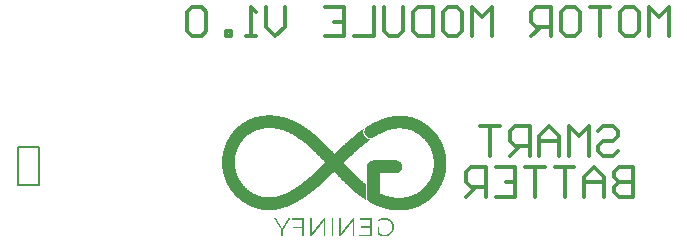
<source format=gbo>
G04*
G04 #@! TF.GenerationSoftware,Altium Limited,Altium Designer,20.1.8 (145)*
G04*
G04 Layer_Color=32896*
%FSLAX25Y25*%
%MOIN*%
G70*
G04*
G04 #@! TF.SameCoordinates,19D57B75-9579-4F69-8231-0EC3C90D2157*
G04*
G04*
G04 #@! TF.FilePolarity,Positive*
G04*
G01*
G75*
%ADD10C,0.00787*%
%ADD67C,0.01181*%
G36*
X139998Y88444D02*
X140926D01*
Y88341D01*
X141647D01*
Y88238D01*
X142163D01*
Y88134D01*
X142575D01*
Y88031D01*
X142987D01*
Y87928D01*
X143296D01*
Y87825D01*
X143605D01*
Y87722D01*
X143915D01*
Y87619D01*
X144224D01*
Y87516D01*
X144430D01*
Y87413D01*
X144739D01*
Y87310D01*
X144945D01*
Y87207D01*
X145151D01*
Y87104D01*
X145461D01*
Y87001D01*
X145667D01*
Y86898D01*
X145873D01*
Y86795D01*
X146079D01*
Y86691D01*
X146285D01*
Y86588D01*
X146388D01*
Y86485D01*
X146595D01*
Y86382D01*
X146801D01*
Y86279D01*
X146904D01*
Y86176D01*
X147110D01*
Y86073D01*
X147316D01*
Y85970D01*
X147419D01*
Y85867D01*
X147625D01*
Y85764D01*
X147728D01*
Y85661D01*
X147831D01*
Y85558D01*
X148038D01*
Y85455D01*
X148141D01*
Y85352D01*
X148347D01*
Y85249D01*
X148450D01*
Y85145D01*
X148553D01*
Y85042D01*
X148656D01*
Y84939D01*
X148862D01*
Y84836D01*
X148965D01*
Y84733D01*
X149068D01*
Y84630D01*
X149171D01*
Y84527D01*
X149274D01*
Y84424D01*
X149377D01*
Y84321D01*
X149480D01*
Y84218D01*
X149583D01*
Y84115D01*
X149687D01*
Y84012D01*
X149790D01*
Y83909D01*
X149893D01*
Y83806D01*
X149996D01*
Y83702D01*
X150099D01*
Y83599D01*
X150202D01*
Y83496D01*
X150305D01*
Y83393D01*
X150408D01*
Y83290D01*
X150511D01*
Y83187D01*
X150614D01*
Y83084D01*
X150717D01*
Y82981D01*
X150820D01*
Y82878D01*
X150923D01*
Y82775D01*
Y82672D01*
X151026D01*
Y82569D01*
X151129D01*
Y82466D01*
X151233D01*
Y82363D01*
X151336D01*
Y82260D01*
Y82156D01*
X151439D01*
Y82053D01*
X151542D01*
Y81950D01*
X151645D01*
Y81847D01*
Y81744D01*
X151748D01*
Y81641D01*
X151851D01*
Y81538D01*
Y81435D01*
X151954D01*
Y81332D01*
X152057D01*
Y81229D01*
Y81126D01*
X152160D01*
Y81023D01*
X152263D01*
Y80920D01*
Y80817D01*
X152366D01*
Y80713D01*
Y80610D01*
X152469D01*
Y80507D01*
Y80404D01*
X152573D01*
Y80301D01*
X152676D01*
Y80198D01*
Y80095D01*
X152779D01*
Y79992D01*
Y79889D01*
X152882D01*
Y79786D01*
Y79683D01*
X152985D01*
Y79580D01*
Y79477D01*
X153088D01*
Y79374D01*
Y79270D01*
X153191D01*
Y79167D01*
Y79064D01*
Y78961D01*
X153294D01*
Y78858D01*
Y78755D01*
X153397D01*
Y78652D01*
Y78549D01*
X153500D01*
Y78446D01*
Y78343D01*
Y78240D01*
X153603D01*
Y78137D01*
Y78034D01*
Y77931D01*
X153706D01*
Y77828D01*
Y77724D01*
Y77621D01*
X153809D01*
Y77518D01*
Y77415D01*
Y77312D01*
X153912D01*
Y77209D01*
Y77106D01*
Y77003D01*
X154016D01*
Y76900D01*
Y76797D01*
Y76694D01*
Y76591D01*
X154119D01*
Y76488D01*
Y76385D01*
Y76281D01*
Y76178D01*
X154222D01*
Y76075D01*
Y75972D01*
Y75869D01*
Y75766D01*
Y75663D01*
X154325D01*
Y75560D01*
Y75457D01*
Y75354D01*
Y75251D01*
Y75148D01*
Y75045D01*
X154428D01*
Y74942D01*
Y74839D01*
Y74735D01*
Y74632D01*
Y74529D01*
Y74426D01*
Y74323D01*
Y74220D01*
X154531D01*
Y74117D01*
Y74014D01*
Y73911D01*
Y73808D01*
Y73705D01*
Y73602D01*
Y73499D01*
Y73396D01*
Y73292D01*
Y73189D01*
Y73086D01*
Y72983D01*
Y72880D01*
Y72777D01*
Y72674D01*
Y72571D01*
Y72468D01*
Y72365D01*
Y72262D01*
Y72159D01*
Y72056D01*
Y71953D01*
Y71850D01*
Y71746D01*
Y71643D01*
Y71540D01*
Y71437D01*
Y71334D01*
Y71231D01*
Y71128D01*
Y71025D01*
Y70922D01*
X154428D01*
Y70819D01*
Y70716D01*
Y70613D01*
Y70510D01*
Y70407D01*
Y70303D01*
Y70200D01*
X154325D01*
Y70097D01*
Y69994D01*
Y69891D01*
Y69788D01*
Y69685D01*
Y69582D01*
X154222D01*
Y69479D01*
Y69376D01*
Y69273D01*
Y69170D01*
Y69067D01*
X154119D01*
Y68963D01*
Y68861D01*
Y68757D01*
Y68654D01*
X154016D01*
Y68551D01*
Y68448D01*
Y68345D01*
Y68242D01*
X153912D01*
Y68139D01*
Y68036D01*
Y67933D01*
X153809D01*
Y67830D01*
Y67727D01*
Y67624D01*
X153706D01*
Y67521D01*
Y67418D01*
Y67314D01*
X153603D01*
Y67211D01*
Y67108D01*
Y67005D01*
X153500D01*
Y66902D01*
Y66799D01*
Y66696D01*
X153397D01*
Y66593D01*
Y66490D01*
X153294D01*
Y66387D01*
Y66284D01*
X153191D01*
Y66181D01*
Y66078D01*
Y65974D01*
X153088D01*
Y65872D01*
Y65768D01*
X152985D01*
Y65665D01*
Y65562D01*
X152882D01*
Y65459D01*
Y65356D01*
X152779D01*
Y65253D01*
Y65150D01*
X152676D01*
Y65047D01*
Y64944D01*
X152573D01*
Y64841D01*
X152469D01*
Y64738D01*
Y64635D01*
X152366D01*
Y64532D01*
Y64429D01*
X152263D01*
Y64325D01*
X152160D01*
Y64222D01*
Y64119D01*
X152057D01*
Y64016D01*
Y63913D01*
X151954D01*
Y63810D01*
X151851D01*
Y63707D01*
Y63604D01*
X151748D01*
Y63501D01*
X151645D01*
Y63398D01*
X151542D01*
Y63295D01*
Y63192D01*
X151439D01*
Y63089D01*
X151336D01*
Y62985D01*
Y62882D01*
X151233D01*
Y62779D01*
X151129D01*
Y62676D01*
X151026D01*
Y62573D01*
X150923D01*
Y62470D01*
X150820D01*
Y62367D01*
Y62264D01*
X150717D01*
Y62161D01*
X150614D01*
Y62058D01*
X150511D01*
Y61955D01*
X150408D01*
Y61852D01*
X150305D01*
Y61749D01*
X150202D01*
Y61646D01*
X150099D01*
Y61543D01*
X149996D01*
Y61440D01*
X149893D01*
Y61336D01*
X149790D01*
Y61233D01*
X149687D01*
Y61130D01*
X149583D01*
Y61027D01*
X149480D01*
Y60924D01*
X149377D01*
Y60821D01*
X149274D01*
Y60718D01*
X149171D01*
Y60615D01*
X149068D01*
Y60512D01*
X148862D01*
Y60409D01*
X148759D01*
Y60306D01*
X148656D01*
Y60203D01*
X148553D01*
Y60100D01*
X148347D01*
Y59996D01*
X148244D01*
Y59894D01*
X148141D01*
Y59790D01*
X147934D01*
Y59687D01*
X147831D01*
Y59584D01*
X147625D01*
Y59481D01*
X147522D01*
Y59378D01*
X147316D01*
Y59275D01*
X147110D01*
Y59172D01*
X147007D01*
Y59069D01*
X146801D01*
Y58966D01*
X146595D01*
Y58863D01*
X146388D01*
Y58760D01*
X146285D01*
Y58657D01*
X146079D01*
Y58554D01*
X145770D01*
Y58451D01*
X145564D01*
Y58347D01*
X145358D01*
Y58244D01*
X145151D01*
Y58141D01*
X144842D01*
Y58038D01*
X144636D01*
Y57935D01*
X144327D01*
Y57832D01*
X144018D01*
Y57729D01*
X143709D01*
Y57626D01*
X143296D01*
Y57523D01*
X142987D01*
Y57420D01*
X142472D01*
Y57317D01*
X142060D01*
Y57214D01*
X141441D01*
Y57111D01*
X140617D01*
Y57007D01*
X136906D01*
Y57111D01*
X136081D01*
Y57214D01*
X135463D01*
Y57317D01*
X134948D01*
Y57420D01*
X134535D01*
Y57523D01*
X134123D01*
Y57626D01*
X133711D01*
Y57729D01*
X133402D01*
Y57832D01*
X133092D01*
Y57935D01*
X132783D01*
Y58038D01*
X132474D01*
Y58141D01*
X132165D01*
Y58244D01*
X131959D01*
Y58347D01*
X131649D01*
Y58451D01*
X131443D01*
Y58554D01*
X131134D01*
Y58657D01*
X130928D01*
Y58760D01*
X130722D01*
Y58863D01*
X130516D01*
Y58966D01*
X130309D01*
Y59069D01*
X130103D01*
Y59172D01*
X129897D01*
Y59275D01*
X129691D01*
Y59378D01*
X129485D01*
Y59481D01*
X129279D01*
Y59584D01*
X129073D01*
Y59687D01*
X128970D01*
Y59790D01*
X128763D01*
Y59894D01*
X128660D01*
Y59996D01*
X128557D01*
Y60100D01*
Y60203D01*
X128454D01*
Y60306D01*
X128351D01*
Y60409D01*
Y60512D01*
X128248D01*
Y60615D01*
Y60718D01*
Y60821D01*
X128145D01*
Y60924D01*
Y61027D01*
Y61130D01*
Y61233D01*
Y61336D01*
X128042D01*
Y61440D01*
Y61543D01*
Y61646D01*
Y61749D01*
Y61852D01*
Y61955D01*
Y62058D01*
Y62161D01*
Y62264D01*
Y62367D01*
Y62470D01*
Y62573D01*
Y62676D01*
Y62779D01*
Y62882D01*
Y62985D01*
Y63089D01*
Y63192D01*
Y63295D01*
Y63398D01*
Y63501D01*
Y63604D01*
Y63707D01*
Y63810D01*
Y63913D01*
Y64016D01*
Y64119D01*
Y64222D01*
Y64325D01*
Y64429D01*
Y64532D01*
Y64635D01*
Y64738D01*
Y64841D01*
Y64944D01*
Y65047D01*
Y65150D01*
Y65253D01*
Y65356D01*
Y65459D01*
Y65562D01*
Y65665D01*
Y65768D01*
Y65872D01*
Y65974D01*
Y66078D01*
Y66181D01*
Y66284D01*
Y66387D01*
Y66490D01*
Y66593D01*
Y66696D01*
Y66799D01*
Y66902D01*
Y67005D01*
Y67108D01*
Y67211D01*
Y67314D01*
Y67418D01*
Y67521D01*
Y67624D01*
Y67727D01*
Y67830D01*
Y67933D01*
Y68036D01*
Y68139D01*
Y68242D01*
Y68345D01*
Y68448D01*
Y68551D01*
Y68654D01*
Y68757D01*
Y68861D01*
Y68963D01*
Y69067D01*
Y69170D01*
Y69273D01*
Y69376D01*
Y69479D01*
Y69582D01*
Y69685D01*
Y69788D01*
Y69891D01*
Y69994D01*
Y70097D01*
Y70200D01*
Y70303D01*
Y70407D01*
Y70510D01*
Y70613D01*
Y70716D01*
Y70819D01*
Y70922D01*
Y71025D01*
Y71128D01*
Y71231D01*
Y71334D01*
Y71437D01*
Y71540D01*
X128145D01*
Y71643D01*
Y71746D01*
Y71850D01*
Y71953D01*
Y72056D01*
X128248D01*
Y72159D01*
Y72262D01*
Y72365D01*
X128351D01*
Y72468D01*
Y72571D01*
X128454D01*
Y72674D01*
X128557D01*
Y72777D01*
X128660D01*
Y72880D01*
Y72983D01*
X128867D01*
Y73086D01*
X128970D01*
Y73189D01*
X129073D01*
Y73292D01*
X129279D01*
Y73396D01*
X129588D01*
Y73499D01*
X130000D01*
Y73602D01*
X137937D01*
Y73499D01*
X138452D01*
Y73396D01*
X138658D01*
Y73292D01*
X138864D01*
Y73189D01*
X138967D01*
Y73086D01*
X139173D01*
Y72983D01*
X139277D01*
Y72880D01*
X139380D01*
Y72777D01*
X139483D01*
Y72674D01*
Y72571D01*
X139586D01*
Y72468D01*
Y72365D01*
X139689D01*
Y72262D01*
Y72159D01*
X139792D01*
Y72056D01*
Y71953D01*
Y71850D01*
Y71746D01*
X139895D01*
Y71643D01*
Y71540D01*
Y71437D01*
Y71334D01*
Y71231D01*
Y71128D01*
X139792D01*
Y71025D01*
Y70922D01*
Y70819D01*
Y70716D01*
X139689D01*
Y70613D01*
Y70510D01*
X139586D01*
Y70407D01*
Y70303D01*
X139483D01*
Y70200D01*
X139380D01*
Y70097D01*
X139277D01*
Y69994D01*
X139173D01*
Y69891D01*
X139070D01*
Y69788D01*
X138967D01*
Y69685D01*
X138761D01*
Y69582D01*
X138555D01*
Y69479D01*
X138349D01*
Y69376D01*
X132371D01*
Y69273D01*
X132268D01*
Y69170D01*
Y69067D01*
Y68963D01*
Y68861D01*
Y68757D01*
Y68654D01*
Y68551D01*
Y68448D01*
Y68345D01*
Y68242D01*
Y68139D01*
Y68036D01*
Y67933D01*
Y67830D01*
Y67727D01*
Y67624D01*
Y67521D01*
Y67418D01*
Y67314D01*
Y67211D01*
Y67108D01*
Y67005D01*
Y66902D01*
Y66799D01*
Y66696D01*
Y66593D01*
Y66490D01*
Y66387D01*
Y66284D01*
Y66181D01*
Y66078D01*
Y65974D01*
Y65872D01*
Y65768D01*
Y65665D01*
Y65562D01*
Y65459D01*
Y65356D01*
Y65253D01*
Y65150D01*
Y65047D01*
Y64944D01*
Y64841D01*
Y64738D01*
Y64635D01*
Y64532D01*
Y64429D01*
Y64325D01*
Y64222D01*
Y64119D01*
Y64016D01*
Y63913D01*
Y63810D01*
Y63707D01*
Y63604D01*
Y63501D01*
Y63398D01*
Y63295D01*
Y63192D01*
Y63089D01*
Y62985D01*
Y62882D01*
Y62779D01*
Y62676D01*
X132474D01*
Y62573D01*
X132680D01*
Y62470D01*
X132886D01*
Y62367D01*
X133195D01*
Y62264D01*
X133402D01*
Y62161D01*
X133711D01*
Y62058D01*
X133917D01*
Y61955D01*
X134226D01*
Y61852D01*
X134535D01*
Y61749D01*
X134948D01*
Y61646D01*
X135360D01*
Y61543D01*
X135772D01*
Y61440D01*
X136288D01*
Y61336D01*
X137009D01*
Y61233D01*
X138349D01*
Y61130D01*
X139173D01*
Y61233D01*
X140513D01*
Y61336D01*
X141235D01*
Y61440D01*
X141750D01*
Y61543D01*
X142163D01*
Y61646D01*
X142472D01*
Y61749D01*
X142781D01*
Y61852D01*
X143090D01*
Y61955D01*
X143399D01*
Y62058D01*
X143605D01*
Y62161D01*
X143812D01*
Y62264D01*
X144018D01*
Y62367D01*
X144224D01*
Y62470D01*
X144430D01*
Y62573D01*
X144636D01*
Y62676D01*
X144842D01*
Y62779D01*
X145048D01*
Y62882D01*
X145151D01*
Y62985D01*
X145358D01*
Y63089D01*
X145461D01*
Y63192D01*
X145667D01*
Y63295D01*
X145770D01*
Y63398D01*
X145873D01*
Y63501D01*
X146079D01*
Y63604D01*
X146182D01*
Y63707D01*
X146285D01*
Y63810D01*
X146388D01*
Y63913D01*
X146491D01*
Y64016D01*
X146595D01*
Y64119D01*
X146801D01*
Y64222D01*
X146904D01*
Y64325D01*
X147007D01*
Y64429D01*
X147110D01*
Y64532D01*
X147213D01*
Y64635D01*
X147316D01*
Y64738D01*
X147419D01*
Y64841D01*
Y64944D01*
X147522D01*
Y65047D01*
X147625D01*
Y65150D01*
X147728D01*
Y65253D01*
X147831D01*
Y65356D01*
X147934D01*
Y65459D01*
Y65562D01*
X148038D01*
Y65665D01*
X148141D01*
Y65768D01*
X148244D01*
Y65872D01*
Y65974D01*
X148347D01*
Y66078D01*
X148450D01*
Y66181D01*
Y66284D01*
X148553D01*
Y66387D01*
X148656D01*
Y66490D01*
Y66593D01*
X148759D01*
Y66696D01*
Y66799D01*
X148862D01*
Y66902D01*
X148965D01*
Y67005D01*
Y67108D01*
X149068D01*
Y67211D01*
Y67314D01*
X149171D01*
Y67418D01*
Y67521D01*
X149274D01*
Y67624D01*
Y67727D01*
X149377D01*
Y67830D01*
Y67933D01*
Y68036D01*
X149480D01*
Y68139D01*
Y68242D01*
X149583D01*
Y68345D01*
Y68448D01*
X149687D01*
Y68551D01*
Y68654D01*
Y68757D01*
X149790D01*
Y68861D01*
Y68963D01*
Y69067D01*
X149893D01*
Y69170D01*
Y69273D01*
Y69376D01*
Y69479D01*
X149996D01*
Y69582D01*
Y69685D01*
Y69788D01*
Y69891D01*
X150099D01*
Y69994D01*
Y70097D01*
Y70200D01*
Y70303D01*
X150202D01*
Y70407D01*
Y70510D01*
Y70613D01*
Y70716D01*
Y70819D01*
Y70922D01*
Y71025D01*
X150305D01*
Y71128D01*
Y71231D01*
Y71334D01*
Y71437D01*
Y71540D01*
Y71643D01*
Y71746D01*
Y71850D01*
Y71953D01*
Y72056D01*
Y72159D01*
Y72262D01*
Y72365D01*
Y72468D01*
X150408D01*
Y72571D01*
Y72674D01*
Y72777D01*
X150305D01*
Y72880D01*
Y72983D01*
Y73086D01*
Y73189D01*
Y73292D01*
Y73396D01*
Y73499D01*
Y73602D01*
Y73705D01*
Y73808D01*
Y73911D01*
Y74014D01*
Y74117D01*
Y74220D01*
X150202D01*
Y74323D01*
Y74426D01*
Y74529D01*
Y74632D01*
Y74735D01*
Y74839D01*
X150099D01*
Y74942D01*
Y75045D01*
Y75148D01*
Y75251D01*
Y75354D01*
X149996D01*
Y75457D01*
Y75560D01*
Y75663D01*
Y75766D01*
X149893D01*
Y75869D01*
Y75972D01*
Y76075D01*
Y76178D01*
X149790D01*
Y76281D01*
Y76385D01*
Y76488D01*
X149687D01*
Y76591D01*
Y76694D01*
X149583D01*
Y76797D01*
Y76900D01*
Y77003D01*
X149480D01*
Y77106D01*
Y77209D01*
X149377D01*
Y77312D01*
Y77415D01*
Y77518D01*
X149274D01*
Y77621D01*
Y77724D01*
X149171D01*
Y77828D01*
Y77931D01*
X149068D01*
Y78034D01*
Y78137D01*
X148965D01*
Y78240D01*
Y78343D01*
X148862D01*
Y78446D01*
X148759D01*
Y78549D01*
Y78652D01*
X148656D01*
Y78755D01*
Y78858D01*
X148553D01*
Y78961D01*
X148450D01*
Y79064D01*
Y79167D01*
X148347D01*
Y79270D01*
X148244D01*
Y79374D01*
Y79477D01*
X148141D01*
Y79580D01*
X148038D01*
Y79683D01*
X147934D01*
Y79786D01*
Y79889D01*
X147831D01*
Y79992D01*
X147728D01*
Y80095D01*
X147625D01*
Y80198D01*
X147522D01*
Y80301D01*
Y80404D01*
X147419D01*
Y80507D01*
X147316D01*
Y80610D01*
X147213D01*
Y80713D01*
X147110D01*
Y80817D01*
X147007D01*
Y80920D01*
X146904D01*
Y81023D01*
X146801D01*
Y81126D01*
X146698D01*
Y81229D01*
X146595D01*
Y81332D01*
X146491D01*
Y81435D01*
X146388D01*
Y81538D01*
X146182D01*
Y81641D01*
X146079D01*
Y81744D01*
X145976D01*
Y81847D01*
X145873D01*
Y81950D01*
X145667D01*
Y82053D01*
X145564D01*
Y82156D01*
X145461D01*
Y82260D01*
X145255D01*
Y82363D01*
X145151D01*
Y82466D01*
X144945D01*
Y82569D01*
X144842D01*
Y82672D01*
X144636D01*
Y82775D01*
X144430D01*
Y82878D01*
X144224D01*
Y82981D01*
X144121D01*
Y83084D01*
X143915D01*
Y83187D01*
X143709D01*
Y83290D01*
X143502D01*
Y83393D01*
X143193D01*
Y83496D01*
X142987D01*
Y83599D01*
X142678D01*
Y83702D01*
X142472D01*
Y83806D01*
X142163D01*
Y83909D01*
X141750D01*
Y84012D01*
X141338D01*
Y84115D01*
X140823D01*
Y84218D01*
X139895D01*
Y84321D01*
X138143D01*
Y84218D01*
X137318D01*
Y84115D01*
X136700D01*
Y84012D01*
X136185D01*
Y83909D01*
X135772D01*
Y83806D01*
X135463D01*
Y83702D01*
X135154D01*
Y83599D01*
X134845D01*
Y83496D01*
X134535D01*
Y83393D01*
X134226D01*
Y83290D01*
X134020D01*
Y83187D01*
X133711D01*
Y83084D01*
X133505D01*
Y82981D01*
X133299D01*
Y82878D01*
X133092D01*
Y82775D01*
X132886D01*
Y82672D01*
X132680D01*
Y82569D01*
X132474D01*
Y82466D01*
X132268D01*
Y82363D01*
X132062D01*
Y82260D01*
X131856D01*
Y82156D01*
X131649D01*
Y82053D01*
X131443D01*
Y81950D01*
X131340D01*
Y81847D01*
X131134D01*
Y81744D01*
X130928D01*
Y81641D01*
X130825D01*
Y81538D01*
X130619D01*
Y81435D01*
X130413D01*
Y81332D01*
X130207D01*
Y81229D01*
X130000D01*
Y81126D01*
X129382D01*
Y81023D01*
X129279D01*
Y81126D01*
X128763D01*
Y81229D01*
X128454D01*
Y81332D01*
X128248D01*
Y81435D01*
X128145D01*
Y81538D01*
X127939D01*
Y81641D01*
X127836D01*
Y81744D01*
X127733D01*
Y81847D01*
Y81950D01*
X127630D01*
Y82053D01*
X127527D01*
Y82156D01*
Y82260D01*
X127424D01*
Y82363D01*
Y82466D01*
X127321D01*
Y82569D01*
Y82672D01*
Y82775D01*
Y82878D01*
X127217D01*
Y82981D01*
Y83084D01*
Y83187D01*
Y83290D01*
Y83393D01*
X127321D01*
Y83496D01*
Y83599D01*
Y83702D01*
Y83806D01*
X127424D01*
Y83909D01*
Y84012D01*
Y84115D01*
X127527D01*
Y84218D01*
Y84321D01*
X127630D01*
Y84424D01*
X127733D01*
Y84527D01*
X127836D01*
Y84630D01*
X127939D01*
Y84733D01*
X128042D01*
Y84836D01*
X128145D01*
Y84939D01*
X128248D01*
Y85042D01*
X128454D01*
Y85145D01*
X128660D01*
Y85249D01*
X128763D01*
Y85352D01*
X128970D01*
Y85455D01*
X129176D01*
Y85558D01*
X129279D01*
Y85661D01*
X129485D01*
Y85764D01*
X129691D01*
Y85867D01*
X129897D01*
Y85970D01*
X130103D01*
Y86073D01*
X130309D01*
Y86176D01*
X130516D01*
Y86279D01*
X130722D01*
Y86382D01*
X130928D01*
Y86485D01*
X131134D01*
Y86588D01*
X131340D01*
Y86691D01*
X131546D01*
Y86795D01*
X131753D01*
Y86898D01*
X131959D01*
Y87001D01*
X132268D01*
Y87104D01*
X132474D01*
Y87207D01*
X132783D01*
Y87310D01*
X132989D01*
Y87413D01*
X133299D01*
Y87516D01*
X133608D01*
Y87619D01*
X133917D01*
Y87722D01*
X134226D01*
Y87825D01*
X134639D01*
Y87928D01*
X134948D01*
Y88031D01*
X135360D01*
Y88134D01*
X135875D01*
Y88238D01*
X136391D01*
Y88341D01*
X137009D01*
Y88444D01*
X138040D01*
Y88547D01*
X139998D01*
Y88444D01*
D02*
G37*
G36*
X96915Y88547D02*
X97946D01*
Y88444D01*
X98667D01*
Y88341D01*
X99183D01*
Y88238D01*
X99698D01*
Y88134D01*
X100110D01*
Y88031D01*
X100522D01*
Y87928D01*
X100832D01*
Y87825D01*
X101141D01*
Y87722D01*
X101450D01*
Y87619D01*
X101759D01*
Y87516D01*
X102069D01*
Y87413D01*
X102378D01*
Y87310D01*
X102584D01*
Y87207D01*
X102893D01*
Y87104D01*
X103099D01*
Y87001D01*
X103409D01*
Y86898D01*
X103615D01*
Y86795D01*
X103821D01*
Y86691D01*
X104027D01*
Y86588D01*
X104233D01*
Y86485D01*
X104439D01*
Y86382D01*
X104645D01*
Y86279D01*
X104851D01*
Y86176D01*
X105058D01*
Y86073D01*
X105264D01*
Y85970D01*
X105470D01*
Y85867D01*
X105573D01*
Y85764D01*
X105779D01*
Y85661D01*
X105985D01*
Y85558D01*
X106088D01*
Y85455D01*
X106294D01*
Y85352D01*
X106500D01*
Y85249D01*
X106604D01*
Y85145D01*
X106810D01*
Y85042D01*
X106913D01*
Y84939D01*
X107119D01*
Y84836D01*
X107222D01*
Y84733D01*
X107428D01*
Y84630D01*
X107531D01*
Y84527D01*
X107737D01*
Y84424D01*
X107841D01*
Y84321D01*
X108047D01*
Y84218D01*
X108150D01*
Y84115D01*
X108253D01*
Y84012D01*
X108459D01*
Y83909D01*
X108562D01*
Y83806D01*
X108665D01*
Y83702D01*
X108871D01*
Y83599D01*
X108974D01*
Y83496D01*
X109077D01*
Y83393D01*
X109283D01*
Y83290D01*
X109387D01*
Y83187D01*
X109490D01*
Y83084D01*
X109593D01*
Y82981D01*
X109799D01*
Y82878D01*
X109902D01*
Y82775D01*
X110005D01*
Y82672D01*
X110108D01*
Y82569D01*
X110314D01*
Y82466D01*
X110417D01*
Y82363D01*
X110520D01*
Y82260D01*
X110623D01*
Y82156D01*
X110726D01*
Y82053D01*
X110829D01*
Y81950D01*
X111036D01*
Y81847D01*
X111139D01*
Y81744D01*
X111242D01*
Y81641D01*
X111345D01*
Y81538D01*
X111448D01*
Y81435D01*
X111551D01*
Y81332D01*
X111654D01*
Y81229D01*
X111860D01*
Y81126D01*
X111963D01*
Y81023D01*
X112066D01*
Y80920D01*
X112169D01*
Y80817D01*
X112272D01*
Y80713D01*
X112375D01*
Y80610D01*
X112479D01*
Y80507D01*
X112582D01*
Y80404D01*
X112685D01*
Y80301D01*
X112788D01*
Y80198D01*
X112891D01*
Y80095D01*
X113097D01*
Y79992D01*
X113200D01*
Y79889D01*
X113303D01*
Y79786D01*
X113406D01*
Y79683D01*
X113509D01*
Y79580D01*
X113612D01*
Y79477D01*
X113715D01*
Y79374D01*
X113819D01*
Y79270D01*
X113921D01*
Y79167D01*
X114025D01*
Y79064D01*
X114128D01*
Y78961D01*
X114231D01*
Y78858D01*
X114334D01*
Y78755D01*
X114437D01*
Y78652D01*
X114540D01*
Y78549D01*
X114643D01*
Y78446D01*
X114746D01*
Y78343D01*
X114849D01*
Y78240D01*
X114952D01*
Y78137D01*
X115055D01*
Y78034D01*
X115158D01*
Y77931D01*
X115261D01*
Y77828D01*
X115365D01*
Y77724D01*
X115468D01*
Y77621D01*
X115571D01*
Y77518D01*
X115674D01*
Y77415D01*
X115777D01*
Y77312D01*
X115880D01*
Y77209D01*
X115983D01*
Y77106D01*
X116086D01*
Y77003D01*
X116189D01*
Y76900D01*
X116292D01*
Y76797D01*
X116395D01*
Y76694D01*
X116498D01*
Y76591D01*
X116601D01*
Y76488D01*
X116704D01*
Y76385D01*
X116807D01*
Y76281D01*
X116911D01*
Y76178D01*
X117014D01*
Y76075D01*
X117117D01*
Y75972D01*
X117220D01*
Y75869D01*
X117426D01*
Y75972D01*
X117529D01*
Y76075D01*
X117632D01*
Y76178D01*
X117735D01*
Y76281D01*
X117838D01*
Y76385D01*
X117941D01*
Y76488D01*
X118044D01*
Y76591D01*
X118147D01*
Y76694D01*
X118251D01*
Y76797D01*
X118353D01*
Y76900D01*
X118457D01*
Y77003D01*
X118560D01*
Y77106D01*
X118663D01*
Y77209D01*
X118766D01*
Y77312D01*
X118869D01*
Y77415D01*
X119075D01*
Y77518D01*
X119178D01*
Y77621D01*
X119281D01*
Y77724D01*
X119384D01*
Y77828D01*
X119487D01*
Y77931D01*
X119590D01*
Y78034D01*
X119693D01*
Y78137D01*
X119797D01*
Y78240D01*
X119900D01*
Y78343D01*
X120003D01*
Y78446D01*
X120106D01*
Y78549D01*
X120209D01*
Y78652D01*
X120415D01*
Y78755D01*
X120518D01*
Y78858D01*
X120621D01*
Y78961D01*
X120724D01*
Y79064D01*
X120827D01*
Y79167D01*
X120930D01*
Y79270D01*
X121033D01*
Y79374D01*
X121136D01*
Y79477D01*
X121239D01*
Y79580D01*
X121343D01*
Y79683D01*
X121549D01*
Y79786D01*
X121652D01*
Y79889D01*
X121755D01*
Y79992D01*
X121858D01*
Y80095D01*
X121961D01*
Y80198D01*
X122064D01*
Y80301D01*
X122167D01*
Y80404D01*
X122270D01*
Y80507D01*
X122476D01*
Y80610D01*
X122579D01*
Y80713D01*
X122682D01*
Y80817D01*
X122785D01*
Y80920D01*
X122889D01*
Y81023D01*
X122992D01*
Y81126D01*
X123095D01*
Y81229D01*
X123301D01*
Y81332D01*
X123404D01*
Y81435D01*
X123507D01*
Y81538D01*
X123610D01*
Y81641D01*
X123713D01*
Y81744D01*
X123816D01*
Y81847D01*
X124022D01*
Y81950D01*
X124125D01*
Y82053D01*
X124229D01*
Y82156D01*
X124331D01*
Y82260D01*
X124435D01*
Y82363D01*
X124641D01*
Y82466D01*
X124744D01*
Y82569D01*
X124847D01*
Y82672D01*
X124950D01*
Y82775D01*
X125156D01*
Y82878D01*
X125259D01*
Y82981D01*
X125362D01*
Y83084D01*
X125465D01*
Y83187D01*
X125672D01*
Y83290D01*
X125775D01*
Y83393D01*
X125878D01*
Y83496D01*
X126084D01*
Y83599D01*
X126187D01*
Y83702D01*
X126290D01*
Y83806D01*
X126496D01*
Y83909D01*
X126599D01*
Y84012D01*
X126702D01*
Y84115D01*
X126908D01*
Y84218D01*
X127011D01*
Y84321D01*
X127114D01*
Y84218D01*
Y84115D01*
X127011D01*
Y84012D01*
Y83909D01*
Y83806D01*
X126908D01*
Y83702D01*
Y83599D01*
Y83496D01*
Y83393D01*
Y83290D01*
Y83187D01*
Y83084D01*
Y82981D01*
Y82878D01*
Y82775D01*
Y82672D01*
Y82569D01*
X127011D01*
Y82466D01*
Y82363D01*
Y82260D01*
X127114D01*
Y82156D01*
Y82053D01*
X127217D01*
Y81950D01*
Y81847D01*
X127321D01*
Y81744D01*
Y81641D01*
X127424D01*
Y81538D01*
X127527D01*
Y81435D01*
X127630D01*
Y81332D01*
X127733D01*
Y81229D01*
X127836D01*
Y81126D01*
X128042D01*
Y81023D01*
X128248D01*
Y80920D01*
X128454D01*
Y80817D01*
X128763D01*
Y80713D01*
X129279D01*
Y80610D01*
X129176D01*
Y80507D01*
X128970D01*
Y80404D01*
X128867D01*
Y80301D01*
X128763D01*
Y80198D01*
X128557D01*
Y80095D01*
X128454D01*
Y79992D01*
X128351D01*
Y79889D01*
X128145D01*
Y79786D01*
X128042D01*
Y79683D01*
X127939D01*
Y79580D01*
X127836D01*
Y79477D01*
X127630D01*
Y79374D01*
X127527D01*
Y79270D01*
X127424D01*
Y79167D01*
X127321D01*
Y79064D01*
X127114D01*
Y78961D01*
X127011D01*
Y78858D01*
X126908D01*
Y78755D01*
X126805D01*
Y78652D01*
X126702D01*
Y78549D01*
X126599D01*
Y78446D01*
X126393D01*
Y78343D01*
X126290D01*
Y78240D01*
X126187D01*
Y78137D01*
X126084D01*
Y78034D01*
X125981D01*
Y77931D01*
X125878D01*
Y77828D01*
X125672D01*
Y77724D01*
X125568D01*
Y77621D01*
X125465D01*
Y77518D01*
X125362D01*
Y77415D01*
X125259D01*
Y77312D01*
X125156D01*
Y77209D01*
X125053D01*
Y77106D01*
X124847D01*
Y77003D01*
X124744D01*
Y76900D01*
X124641D01*
Y76797D01*
X124538D01*
Y76694D01*
X124435D01*
Y76591D01*
X124331D01*
Y76488D01*
X124229D01*
Y76385D01*
X124125D01*
Y76281D01*
X123919D01*
Y76178D01*
X123816D01*
Y76075D01*
X123713D01*
Y75972D01*
X123610D01*
Y75869D01*
X123507D01*
Y75766D01*
X123404D01*
Y75663D01*
X123301D01*
Y75560D01*
X123198D01*
Y75457D01*
X123095D01*
Y75354D01*
X122992D01*
Y75251D01*
X122889D01*
Y75148D01*
X122682D01*
Y75045D01*
X122579D01*
Y74942D01*
X122476D01*
Y74839D01*
X122373D01*
Y74735D01*
X122270D01*
Y74632D01*
X122167D01*
Y74529D01*
X122064D01*
Y74426D01*
X121961D01*
Y74323D01*
X121858D01*
Y74220D01*
X121755D01*
Y74117D01*
X121652D01*
Y74014D01*
X121549D01*
Y73911D01*
X121446D01*
Y73808D01*
X121239D01*
Y73705D01*
X121136D01*
Y73602D01*
X121033D01*
Y73499D01*
X120930D01*
Y73396D01*
X120827D01*
Y73292D01*
X120724D01*
Y73189D01*
X120621D01*
Y73086D01*
X120518D01*
Y72983D01*
X120415D01*
Y72880D01*
X120312D01*
Y72777D01*
Y72674D01*
Y72571D01*
X120415D01*
Y72468D01*
X120518D01*
Y72365D01*
X120621D01*
Y72262D01*
X120724D01*
Y72159D01*
X120827D01*
Y72056D01*
X120930D01*
Y71953D01*
X121033D01*
Y71850D01*
X121136D01*
Y71746D01*
X121239D01*
Y71643D01*
X121343D01*
Y71540D01*
X121446D01*
Y71437D01*
X121549D01*
Y71334D01*
X121652D01*
Y71231D01*
X121755D01*
Y71128D01*
X121858D01*
Y71025D01*
X121961D01*
Y70922D01*
X122064D01*
Y70819D01*
X122167D01*
Y70716D01*
X122270D01*
Y70613D01*
X122373D01*
Y70510D01*
X122476D01*
Y70407D01*
X122579D01*
Y70303D01*
X122682D01*
Y70200D01*
X122785D01*
Y70097D01*
X122889D01*
Y69994D01*
X122992D01*
Y69891D01*
X123095D01*
Y69788D01*
X123198D01*
Y69685D01*
X123301D01*
Y69582D01*
X123404D01*
Y69479D01*
X123507D01*
Y69376D01*
X123610D01*
Y69273D01*
X123713D01*
Y69170D01*
X123816D01*
Y69067D01*
X123919D01*
Y68963D01*
X124022D01*
Y68861D01*
X124125D01*
Y68757D01*
X124229D01*
Y68654D01*
X124331D01*
Y68551D01*
X124435D01*
Y68448D01*
X124538D01*
Y68345D01*
X124641D01*
Y68242D01*
X124744D01*
Y68139D01*
X124847D01*
Y68036D01*
X124950D01*
Y67933D01*
X125053D01*
Y67830D01*
X125156D01*
Y67727D01*
X125259D01*
Y67624D01*
X125465D01*
Y67521D01*
X125568D01*
Y67418D01*
X125672D01*
Y67314D01*
X125775D01*
Y67211D01*
X125878D01*
Y67108D01*
X125981D01*
Y67005D01*
X126084D01*
Y66902D01*
X126187D01*
Y66799D01*
X126290D01*
Y66696D01*
X126496D01*
Y66593D01*
X126599D01*
Y66490D01*
X126702D01*
Y66387D01*
X126805D01*
Y66284D01*
X126908D01*
Y66181D01*
X127011D01*
Y66078D01*
X127217D01*
Y65974D01*
X127321D01*
Y65872D01*
X127424D01*
Y65768D01*
X127527D01*
Y65665D01*
X127733D01*
Y65562D01*
Y65459D01*
Y65356D01*
Y65253D01*
Y65150D01*
Y65047D01*
Y64944D01*
Y64841D01*
Y64738D01*
Y64635D01*
Y64532D01*
Y64429D01*
Y64325D01*
Y64222D01*
Y64119D01*
Y64016D01*
Y63913D01*
Y63810D01*
Y63707D01*
Y63604D01*
Y63501D01*
Y63398D01*
Y63295D01*
Y63192D01*
Y63089D01*
Y62985D01*
Y62882D01*
Y62779D01*
Y62676D01*
Y62573D01*
Y62470D01*
Y62367D01*
Y62264D01*
Y62161D01*
Y62058D01*
Y61955D01*
Y61852D01*
Y61749D01*
Y61646D01*
Y61543D01*
Y61440D01*
Y61336D01*
Y61233D01*
Y61130D01*
Y61027D01*
Y60924D01*
Y60821D01*
X127836D01*
Y60718D01*
Y60615D01*
Y60512D01*
X127939D01*
Y60409D01*
Y60306D01*
X127836D01*
Y60409D01*
X127630D01*
Y60512D01*
X127424D01*
Y60615D01*
X127321D01*
Y60718D01*
X127114D01*
Y60821D01*
X127011D01*
Y60924D01*
X126805D01*
Y61027D01*
X126702D01*
Y61130D01*
X126496D01*
Y61233D01*
X126393D01*
Y61336D01*
X126187D01*
Y61440D01*
X126084D01*
Y61543D01*
X125981D01*
Y61646D01*
X125775D01*
Y61749D01*
X125672D01*
Y61852D01*
X125568D01*
Y61955D01*
X125362D01*
Y62058D01*
X125259D01*
Y62161D01*
X125156D01*
Y62264D01*
X125053D01*
Y62367D01*
X124847D01*
Y62470D01*
X124744D01*
Y62573D01*
X124641D01*
Y62676D01*
X124538D01*
Y62779D01*
X124331D01*
Y62882D01*
X124229D01*
Y62985D01*
X124125D01*
Y63089D01*
X124022D01*
Y63192D01*
X123919D01*
Y63295D01*
X123816D01*
Y63398D01*
X123610D01*
Y63501D01*
X123507D01*
Y63604D01*
X123404D01*
Y63707D01*
X123301D01*
Y63810D01*
X123198D01*
Y63913D01*
X123095D01*
Y64016D01*
X122992D01*
Y64119D01*
X122889D01*
Y64222D01*
X122682D01*
Y64325D01*
X122579D01*
Y64429D01*
X122476D01*
Y64532D01*
X122373D01*
Y64635D01*
X122270D01*
Y64738D01*
X122167D01*
Y64841D01*
X122064D01*
Y64944D01*
X121961D01*
Y65047D01*
X121858D01*
Y65150D01*
X121755D01*
Y65253D01*
X121652D01*
Y65356D01*
X121549D01*
Y65459D01*
X121446D01*
Y65562D01*
X121343D01*
Y65665D01*
X121136D01*
Y65768D01*
X121033D01*
Y65872D01*
X120930D01*
Y65974D01*
X120827D01*
Y66078D01*
X120724D01*
Y66181D01*
X120621D01*
Y66284D01*
X120518D01*
Y66387D01*
X120415D01*
Y66490D01*
X120312D01*
Y66593D01*
X120209D01*
Y66696D01*
X120106D01*
Y66799D01*
X120003D01*
Y66902D01*
X119900D01*
Y67005D01*
X119797D01*
Y67108D01*
X119693D01*
Y67211D01*
X119590D01*
Y67314D01*
X119487D01*
Y67418D01*
X119384D01*
Y67521D01*
X119281D01*
Y67624D01*
X119178D01*
Y67727D01*
X119075D01*
Y67830D01*
X118972D01*
Y67933D01*
X118869D01*
Y68036D01*
X118766D01*
Y68139D01*
X118663D01*
Y68242D01*
X118560D01*
Y68345D01*
Y68448D01*
X118457D01*
Y68551D01*
X118353D01*
Y68654D01*
X118251D01*
Y68757D01*
X118147D01*
Y68861D01*
X118044D01*
Y68963D01*
X117941D01*
Y69067D01*
X117838D01*
Y69170D01*
X117735D01*
Y69273D01*
X117632D01*
Y69376D01*
X117529D01*
Y69479D01*
X117426D01*
Y69582D01*
X117323D01*
Y69685D01*
X117220D01*
Y69788D01*
X117117D01*
Y69685D01*
X117014D01*
Y69582D01*
X116911D01*
Y69479D01*
X116704D01*
Y69376D01*
X116601D01*
Y69273D01*
X116498D01*
Y69170D01*
X116395D01*
Y69067D01*
X116292D01*
Y68963D01*
X116189D01*
Y68861D01*
X116086D01*
Y68757D01*
X115983D01*
Y68654D01*
X115880D01*
Y68551D01*
X115777D01*
Y68448D01*
X115674D01*
Y68345D01*
X115571D01*
Y68242D01*
X115468D01*
Y68139D01*
X115365D01*
Y68036D01*
X115261D01*
Y67933D01*
X115158D01*
Y67830D01*
X115055D01*
Y67727D01*
X114952D01*
Y67624D01*
X114849D01*
Y67521D01*
X114746D01*
Y67418D01*
X114643D01*
Y67314D01*
X114540D01*
Y67211D01*
X114437D01*
Y67108D01*
X114334D01*
Y67005D01*
X114231D01*
Y66902D01*
X114128D01*
Y66799D01*
X114025D01*
Y66696D01*
X113819D01*
Y66593D01*
X113715D01*
Y66490D01*
X113612D01*
Y66387D01*
X113509D01*
Y66284D01*
X113406D01*
Y66181D01*
X113303D01*
Y66078D01*
X113200D01*
Y65974D01*
X113097D01*
Y65872D01*
X112994D01*
Y65768D01*
X112891D01*
Y65665D01*
X112788D01*
Y65562D01*
X112685D01*
Y65459D01*
X112582D01*
Y65356D01*
X112479D01*
Y65253D01*
X112272D01*
Y65150D01*
X112169D01*
Y65047D01*
X112066D01*
Y64944D01*
X111963D01*
Y64841D01*
X111860D01*
Y64738D01*
X111654D01*
Y64635D01*
X111551D01*
Y64532D01*
X111448D01*
Y64429D01*
X111345D01*
Y64325D01*
X111242D01*
Y64222D01*
X111036D01*
Y64119D01*
X110933D01*
Y64016D01*
X110829D01*
Y63913D01*
X110726D01*
Y63810D01*
X110520D01*
Y63707D01*
X110417D01*
Y63604D01*
X110314D01*
Y63501D01*
X110211D01*
Y63398D01*
X110005D01*
Y63295D01*
X109902D01*
Y63192D01*
X109799D01*
Y63089D01*
X109593D01*
Y62985D01*
X109490D01*
Y62882D01*
X109387D01*
Y62779D01*
X109283D01*
Y62676D01*
X109077D01*
Y62573D01*
X108974D01*
Y62470D01*
X108871D01*
Y62367D01*
X108665D01*
Y62264D01*
X108562D01*
Y62161D01*
X108356D01*
Y62058D01*
X108253D01*
Y61955D01*
X108150D01*
Y61852D01*
X107943D01*
Y61749D01*
X107841D01*
Y61646D01*
X107634D01*
Y61543D01*
X107531D01*
Y61440D01*
X107325D01*
Y61336D01*
X107222D01*
Y61233D01*
X107016D01*
Y61130D01*
X106913D01*
Y61027D01*
X106707D01*
Y60924D01*
X106604D01*
Y60821D01*
X106397D01*
Y60718D01*
X106294D01*
Y60615D01*
X106088D01*
Y60512D01*
X105985D01*
Y60409D01*
X105779D01*
Y60306D01*
X105573D01*
Y60203D01*
X105470D01*
Y60100D01*
X105264D01*
Y59996D01*
X105058D01*
Y59894D01*
X104851D01*
Y59790D01*
X104748D01*
Y59687D01*
X104542D01*
Y59584D01*
X104336D01*
Y59481D01*
X104130D01*
Y59378D01*
X103924D01*
Y59275D01*
X103718D01*
Y59172D01*
X103512D01*
Y59069D01*
X103305D01*
Y58966D01*
X103099D01*
Y58863D01*
X102893D01*
Y58760D01*
X102584D01*
Y58657D01*
X102378D01*
Y58554D01*
X102172D01*
Y58451D01*
X101862D01*
Y58347D01*
X101656D01*
Y58244D01*
X101347D01*
Y58141D01*
X101038D01*
Y58038D01*
X100729D01*
Y57935D01*
X100419D01*
Y57832D01*
X100110D01*
Y57729D01*
X99801D01*
Y57626D01*
X99389D01*
Y57523D01*
X98976D01*
Y57420D01*
X98461D01*
Y57317D01*
X97946D01*
Y57214D01*
X97224D01*
Y57111D01*
X95884D01*
Y57007D01*
X94854D01*
Y57111D01*
X93617D01*
Y57214D01*
X92895D01*
Y57317D01*
X92380D01*
Y57420D01*
X91865D01*
Y57523D01*
X91452D01*
Y57626D01*
X91143D01*
Y57729D01*
X90834D01*
Y57832D01*
X90525D01*
Y57935D01*
X90216D01*
Y58038D01*
X89906D01*
Y58141D01*
X89700D01*
Y58244D01*
X89494D01*
Y58347D01*
X89185D01*
Y58451D01*
X88979D01*
Y58554D01*
X88773D01*
Y58657D01*
X88566D01*
Y58760D01*
X88360D01*
Y58863D01*
X88154D01*
Y58966D01*
X87948D01*
Y59069D01*
X87845D01*
Y59172D01*
X87639D01*
Y59275D01*
X87433D01*
Y59378D01*
X87330D01*
Y59481D01*
X87124D01*
Y59584D01*
X87020D01*
Y59687D01*
X86814D01*
Y59790D01*
X86711D01*
Y59894D01*
X86505D01*
Y59996D01*
X86402D01*
Y60100D01*
X86196D01*
Y60203D01*
X86093D01*
Y60306D01*
X85990D01*
Y60409D01*
X85887D01*
Y60512D01*
X85681D01*
Y60615D01*
X85577D01*
Y60718D01*
X85474D01*
Y60821D01*
X85371D01*
Y60924D01*
X85268D01*
Y61027D01*
X85062D01*
Y61130D01*
X84959D01*
Y61233D01*
X84856D01*
Y61336D01*
X84753D01*
Y61440D01*
X84650D01*
Y61543D01*
X84547D01*
Y61646D01*
X84444D01*
Y61749D01*
X84341D01*
Y61852D01*
X84238D01*
Y61955D01*
X84135D01*
Y62058D01*
X84031D01*
Y62161D01*
X83928D01*
Y62264D01*
X83825D01*
Y62367D01*
Y62470D01*
X83722D01*
Y62573D01*
X83619D01*
Y62676D01*
X83516D01*
Y62779D01*
X83413D01*
Y62882D01*
X83310D01*
Y62985D01*
Y63089D01*
X83207D01*
Y63192D01*
X83104D01*
Y63295D01*
X83001D01*
Y63398D01*
X82898D01*
Y63501D01*
Y63604D01*
X82795D01*
Y63707D01*
X82692D01*
Y63810D01*
Y63913D01*
X82588D01*
Y64016D01*
X82485D01*
Y64119D01*
Y64222D01*
X82382D01*
Y64325D01*
X82279D01*
Y64429D01*
Y64532D01*
X82176D01*
Y64635D01*
X82073D01*
Y64738D01*
Y64841D01*
X81970D01*
Y64944D01*
Y65047D01*
X81867D01*
Y65150D01*
X81764D01*
Y65253D01*
Y65356D01*
X81661D01*
Y65459D01*
Y65562D01*
X81558D01*
Y65665D01*
Y65768D01*
X81455D01*
Y65872D01*
Y65974D01*
X81352D01*
Y66078D01*
Y66181D01*
X81249D01*
Y66284D01*
Y66387D01*
X81146D01*
Y66490D01*
Y66593D01*
Y66696D01*
X81042D01*
Y66799D01*
Y66902D01*
X80939D01*
Y67005D01*
Y67108D01*
Y67211D01*
X80836D01*
Y67314D01*
Y67418D01*
Y67521D01*
X80733D01*
Y67624D01*
Y67727D01*
X80630D01*
Y67830D01*
Y67933D01*
Y68036D01*
X80527D01*
Y68139D01*
Y68242D01*
Y68345D01*
Y68448D01*
X80424D01*
Y68551D01*
Y68654D01*
Y68757D01*
X80321D01*
Y68861D01*
Y68963D01*
Y69067D01*
Y69170D01*
X80218D01*
Y69273D01*
Y69376D01*
Y69479D01*
Y69582D01*
X80115D01*
Y69685D01*
Y69788D01*
Y69891D01*
Y69994D01*
Y70097D01*
Y70200D01*
X80012D01*
Y70303D01*
Y70407D01*
Y70510D01*
Y70613D01*
Y70716D01*
Y70819D01*
X79909D01*
Y70922D01*
Y71025D01*
Y71128D01*
Y71231D01*
Y71334D01*
Y71437D01*
Y71540D01*
Y71643D01*
Y71746D01*
X79806D01*
Y71850D01*
Y71953D01*
Y72056D01*
Y72159D01*
Y72262D01*
Y72365D01*
Y72468D01*
Y72571D01*
Y72674D01*
Y72777D01*
Y72880D01*
Y72983D01*
Y73086D01*
Y73189D01*
Y73292D01*
Y73396D01*
Y73499D01*
Y73602D01*
Y73705D01*
Y73808D01*
Y73911D01*
Y74014D01*
Y74117D01*
Y74220D01*
X79909D01*
Y74323D01*
Y74426D01*
Y74529D01*
Y74632D01*
Y74735D01*
Y74839D01*
Y74942D01*
Y75045D01*
Y75148D01*
X80012D01*
Y75251D01*
Y75354D01*
Y75457D01*
Y75560D01*
Y75663D01*
Y75766D01*
X80115D01*
Y75869D01*
Y75972D01*
Y76075D01*
Y76178D01*
Y76281D01*
X80218D01*
Y76385D01*
Y76488D01*
Y76591D01*
Y76694D01*
Y76797D01*
X80321D01*
Y76900D01*
Y77003D01*
Y77106D01*
Y77209D01*
X80424D01*
Y77312D01*
Y77415D01*
Y77518D01*
X80527D01*
Y77621D01*
Y77724D01*
Y77828D01*
X80630D01*
Y77931D01*
Y78034D01*
Y78137D01*
X80733D01*
Y78240D01*
Y78343D01*
Y78446D01*
X80836D01*
Y78549D01*
Y78652D01*
Y78755D01*
X80939D01*
Y78858D01*
Y78961D01*
X81042D01*
Y79064D01*
Y79167D01*
Y79270D01*
X81146D01*
Y79374D01*
Y79477D01*
X81249D01*
Y79580D01*
Y79683D01*
X81352D01*
Y79786D01*
Y79889D01*
X81455D01*
Y79992D01*
Y80095D01*
Y80198D01*
X81558D01*
Y80301D01*
X81661D01*
Y80404D01*
Y80507D01*
X81764D01*
Y80610D01*
Y80713D01*
X81867D01*
Y80817D01*
Y80920D01*
X81970D01*
Y81023D01*
Y81126D01*
X82073D01*
Y81229D01*
X82176D01*
Y81332D01*
Y81435D01*
X82279D01*
Y81538D01*
X82382D01*
Y81641D01*
Y81744D01*
X82485D01*
Y81847D01*
Y81950D01*
X82588D01*
Y82053D01*
X82692D01*
Y82156D01*
X82795D01*
Y82260D01*
Y82363D01*
X82898D01*
Y82466D01*
X83001D01*
Y82569D01*
X83104D01*
Y82672D01*
Y82775D01*
X83207D01*
Y82878D01*
X83310D01*
Y82981D01*
X83413D01*
Y83084D01*
X83516D01*
Y83187D01*
Y83290D01*
X83619D01*
Y83393D01*
X83722D01*
Y83496D01*
X83825D01*
Y83599D01*
X83928D01*
Y83702D01*
X84031D01*
Y83806D01*
X84135D01*
Y83909D01*
X84238D01*
Y84012D01*
X84341D01*
Y84115D01*
X84444D01*
Y84218D01*
X84547D01*
Y84321D01*
X84650D01*
Y84424D01*
X84753D01*
Y84527D01*
X84856D01*
Y84630D01*
X84959D01*
Y84733D01*
X85062D01*
Y84836D01*
X85165D01*
Y84939D01*
X85268D01*
Y85042D01*
X85474D01*
Y85145D01*
X85577D01*
Y85249D01*
X85681D01*
Y85352D01*
X85784D01*
Y85455D01*
X85990D01*
Y85558D01*
X86093D01*
Y85661D01*
X86196D01*
Y85764D01*
X86402D01*
Y85867D01*
X86505D01*
Y85970D01*
X86711D01*
Y86073D01*
X86814D01*
Y86176D01*
X87020D01*
Y86279D01*
X87124D01*
Y86382D01*
X87330D01*
Y86485D01*
X87536D01*
Y86588D01*
X87639D01*
Y86691D01*
X87845D01*
Y86795D01*
X88051D01*
Y86898D01*
X88257D01*
Y87001D01*
X88463D01*
Y87104D01*
X88670D01*
Y87207D01*
X88876D01*
Y87310D01*
X89185D01*
Y87413D01*
X89391D01*
Y87516D01*
X89700D01*
Y87619D01*
X89906D01*
Y87722D01*
X90216D01*
Y87825D01*
X90525D01*
Y87928D01*
X90834D01*
Y88031D01*
X91246D01*
Y88134D01*
X91659D01*
Y88238D01*
X92071D01*
Y88341D01*
X92689D01*
Y88444D01*
X93308D01*
Y88547D01*
X94338D01*
Y88650D01*
X96915D01*
Y88547D01*
D02*
G37*
G36*
X102584Y54328D02*
X102481D01*
Y54225D01*
X102378D01*
Y54122D01*
Y54018D01*
X102275D01*
Y53915D01*
X102172D01*
Y53812D01*
Y53709D01*
X102069D01*
Y53606D01*
Y53503D01*
X101965D01*
Y53400D01*
X101862D01*
Y53297D01*
Y53194D01*
X101759D01*
Y53091D01*
Y52988D01*
X101656D01*
Y52885D01*
X101553D01*
Y52782D01*
Y52679D01*
X101450D01*
Y52575D01*
Y52473D01*
X101347D01*
Y52369D01*
X101244D01*
Y52266D01*
Y52163D01*
X101141D01*
Y52060D01*
X101038D01*
Y51957D01*
Y51854D01*
X100935D01*
Y51751D01*
Y51648D01*
X100832D01*
Y51545D01*
X100729D01*
Y51442D01*
Y51339D01*
X100626D01*
Y51236D01*
Y51133D01*
X100522D01*
Y51029D01*
X100419D01*
Y50926D01*
Y50823D01*
X100316D01*
Y50720D01*
Y50617D01*
X100213D01*
Y50514D01*
X100110D01*
Y50411D01*
Y50308D01*
Y50205D01*
Y50102D01*
Y49999D01*
Y49896D01*
Y49793D01*
Y49690D01*
Y49586D01*
Y49483D01*
Y49380D01*
Y49277D01*
Y49174D01*
Y49071D01*
Y48968D01*
Y48865D01*
Y48762D01*
Y48659D01*
Y48556D01*
Y48453D01*
Y48350D01*
X99595D01*
Y48453D01*
Y48556D01*
Y48659D01*
Y48762D01*
Y48865D01*
Y48968D01*
Y49071D01*
Y49174D01*
Y49277D01*
Y49380D01*
Y49483D01*
Y49586D01*
Y49690D01*
Y49793D01*
Y49896D01*
Y49999D01*
Y50102D01*
Y50205D01*
Y50308D01*
Y50411D01*
X99492D01*
Y50514D01*
Y50617D01*
X99389D01*
Y50720D01*
Y50823D01*
X99286D01*
Y50926D01*
X99183D01*
Y51029D01*
Y51133D01*
X99080D01*
Y51236D01*
Y51339D01*
X98976D01*
Y51442D01*
X98873D01*
Y51545D01*
Y51648D01*
X98770D01*
Y51751D01*
X98667D01*
Y51854D01*
Y51957D01*
X98564D01*
Y52060D01*
Y52163D01*
X98461D01*
Y52266D01*
X98358D01*
Y52369D01*
Y52473D01*
X98255D01*
Y52575D01*
Y52679D01*
X98152D01*
Y52782D01*
X98049D01*
Y52885D01*
Y52988D01*
X97946D01*
Y53091D01*
Y53194D01*
X97843D01*
Y53297D01*
X97740D01*
Y53400D01*
Y53503D01*
X97637D01*
Y53606D01*
X97534D01*
Y53709D01*
Y53812D01*
X97430D01*
Y53915D01*
Y54018D01*
X97327D01*
Y54122D01*
X97224D01*
Y54225D01*
Y54328D01*
X97121D01*
Y54431D01*
X97740D01*
Y54328D01*
Y54225D01*
X97843D01*
Y54122D01*
X97946D01*
Y54018D01*
Y53915D01*
X98049D01*
Y53812D01*
X98152D01*
Y53709D01*
Y53606D01*
X98255D01*
Y53503D01*
Y53400D01*
X98358D01*
Y53297D01*
X98461D01*
Y53194D01*
Y53091D01*
X98564D01*
Y52988D01*
Y52885D01*
X98667D01*
Y52782D01*
X98770D01*
Y52679D01*
Y52575D01*
X98873D01*
Y52473D01*
Y52369D01*
X98976D01*
Y52266D01*
X99080D01*
Y52163D01*
Y52060D01*
X99183D01*
Y51957D01*
Y51854D01*
X99286D01*
Y51751D01*
X99389D01*
Y51648D01*
Y51545D01*
X99492D01*
Y51442D01*
X99595D01*
Y51339D01*
Y51236D01*
X99698D01*
Y51133D01*
Y51029D01*
X99904D01*
Y51133D01*
Y51236D01*
X100007D01*
Y51339D01*
X100110D01*
Y51442D01*
Y51545D01*
X100213D01*
Y51648D01*
X100316D01*
Y51751D01*
Y51854D01*
X100419D01*
Y51957D01*
Y52060D01*
X100522D01*
Y52163D01*
X100626D01*
Y52266D01*
Y52369D01*
X100729D01*
Y52473D01*
Y52575D01*
X100832D01*
Y52679D01*
X100935D01*
Y52782D01*
Y52885D01*
X101038D01*
Y52988D01*
Y53091D01*
X101141D01*
Y53194D01*
X101244D01*
Y53297D01*
Y53400D01*
X101347D01*
Y53503D01*
X101450D01*
Y53606D01*
Y53709D01*
X101553D01*
Y53812D01*
Y53915D01*
X101656D01*
Y54018D01*
X101759D01*
Y54122D01*
Y54225D01*
X101862D01*
Y54328D01*
Y54431D01*
X102584D01*
Y54328D01*
D02*
G37*
G36*
X114231D02*
Y54225D01*
Y54122D01*
Y54018D01*
Y53915D01*
Y53812D01*
Y53709D01*
Y53606D01*
Y53503D01*
Y53400D01*
Y53297D01*
Y53194D01*
Y53091D01*
Y52988D01*
Y52885D01*
Y52782D01*
Y52679D01*
Y52575D01*
Y52473D01*
Y52369D01*
Y52266D01*
Y52163D01*
Y52060D01*
Y51957D01*
Y51854D01*
Y51751D01*
Y51648D01*
Y51545D01*
Y51442D01*
Y51339D01*
Y51236D01*
Y51133D01*
Y51029D01*
Y50926D01*
Y50823D01*
Y50720D01*
Y50617D01*
Y50514D01*
Y50411D01*
Y50308D01*
Y50205D01*
Y50102D01*
Y49999D01*
Y49896D01*
Y49793D01*
Y49690D01*
Y49586D01*
Y49483D01*
Y49380D01*
Y49277D01*
Y49174D01*
Y49071D01*
Y48968D01*
Y48865D01*
Y48762D01*
Y48659D01*
Y48556D01*
Y48453D01*
Y48350D01*
X113612D01*
Y48453D01*
Y48556D01*
Y48659D01*
Y48762D01*
Y48865D01*
Y48968D01*
Y49071D01*
Y49174D01*
Y49277D01*
Y49380D01*
Y49483D01*
Y49586D01*
Y49690D01*
Y49793D01*
Y49896D01*
Y49999D01*
Y50102D01*
Y50205D01*
Y50308D01*
Y50411D01*
Y50514D01*
Y50617D01*
Y50720D01*
Y50823D01*
Y50926D01*
Y51029D01*
Y51133D01*
Y51236D01*
Y51339D01*
Y51442D01*
Y51545D01*
Y51648D01*
Y51751D01*
Y51854D01*
Y51957D01*
Y52060D01*
Y52163D01*
Y52266D01*
Y52369D01*
Y52473D01*
Y52575D01*
Y52679D01*
Y52782D01*
Y52885D01*
Y52988D01*
Y53091D01*
Y53194D01*
Y53297D01*
X113509D01*
Y53194D01*
X113406D01*
Y53091D01*
Y52988D01*
X113303D01*
Y52885D01*
X113200D01*
Y52782D01*
X113097D01*
Y52679D01*
X112994D01*
Y52575D01*
Y52473D01*
X112891D01*
Y52369D01*
X112788D01*
Y52266D01*
X112685D01*
Y52163D01*
Y52060D01*
X112582D01*
Y51957D01*
X112479D01*
Y51854D01*
X112375D01*
Y51751D01*
X112272D01*
Y51648D01*
Y51545D01*
X112169D01*
Y51442D01*
X112066D01*
Y51339D01*
X111963D01*
Y51236D01*
X111860D01*
Y51133D01*
Y51029D01*
X111757D01*
Y50926D01*
X111654D01*
Y50823D01*
X111551D01*
Y50720D01*
X111448D01*
Y50617D01*
Y50514D01*
X111345D01*
Y50411D01*
X111242D01*
Y50308D01*
X111139D01*
Y50205D01*
X111036D01*
Y50102D01*
Y49999D01*
X110933D01*
Y49896D01*
X110829D01*
Y49793D01*
X110726D01*
Y49690D01*
Y49586D01*
X110623D01*
Y49483D01*
X110520D01*
Y49380D01*
X110417D01*
Y49277D01*
X110314D01*
Y49174D01*
Y49071D01*
X110211D01*
Y48968D01*
X110108D01*
Y48865D01*
X110005D01*
Y48762D01*
X109902D01*
Y48659D01*
Y48556D01*
X109799D01*
Y48453D01*
X109696D01*
Y48350D01*
X109180D01*
Y48453D01*
Y48556D01*
Y48659D01*
Y48762D01*
Y48865D01*
Y48968D01*
Y49071D01*
Y49174D01*
Y49277D01*
Y49380D01*
Y49483D01*
Y49586D01*
Y49690D01*
Y49793D01*
Y49896D01*
Y49999D01*
Y50102D01*
Y50205D01*
Y50308D01*
Y50411D01*
Y50514D01*
Y50617D01*
Y50720D01*
Y50823D01*
Y50926D01*
Y51029D01*
Y51133D01*
Y51236D01*
Y51339D01*
Y51442D01*
Y51545D01*
Y51648D01*
Y51751D01*
Y51854D01*
Y51957D01*
Y52060D01*
Y52163D01*
Y52266D01*
Y52369D01*
Y52473D01*
Y52575D01*
Y52679D01*
Y52782D01*
Y52885D01*
Y52988D01*
Y53091D01*
Y53194D01*
Y53297D01*
Y53400D01*
Y53503D01*
Y53606D01*
Y53709D01*
Y53812D01*
Y53915D01*
Y54018D01*
Y54122D01*
Y54225D01*
Y54328D01*
Y54431D01*
X109696D01*
Y54328D01*
Y54225D01*
Y54122D01*
Y54018D01*
Y53915D01*
Y53812D01*
Y53709D01*
Y53606D01*
Y53503D01*
Y53400D01*
Y53297D01*
Y53194D01*
Y53091D01*
Y52988D01*
Y52885D01*
Y52782D01*
Y52679D01*
Y52575D01*
Y52473D01*
Y52369D01*
Y52266D01*
Y52163D01*
Y52060D01*
Y51957D01*
Y51854D01*
Y51751D01*
Y51648D01*
Y51545D01*
Y51442D01*
Y51339D01*
Y51236D01*
Y51133D01*
Y51029D01*
Y50926D01*
Y50823D01*
Y50720D01*
Y50617D01*
Y50514D01*
Y50411D01*
Y50308D01*
Y50205D01*
Y50102D01*
Y49999D01*
Y49896D01*
Y49793D01*
Y49690D01*
Y49586D01*
X109902D01*
Y49690D01*
X110005D01*
Y49793D01*
X110108D01*
Y49896D01*
X110211D01*
Y49999D01*
Y50102D01*
X110314D01*
Y50205D01*
X110417D01*
Y50308D01*
X110520D01*
Y50411D01*
X110623D01*
Y50514D01*
Y50617D01*
X110726D01*
Y50720D01*
X110829D01*
Y50823D01*
X110933D01*
Y50926D01*
X111036D01*
Y51029D01*
Y51133D01*
X111139D01*
Y51236D01*
X111242D01*
Y51339D01*
X111345D01*
Y51442D01*
X111448D01*
Y51545D01*
Y51648D01*
X111551D01*
Y51751D01*
X111654D01*
Y51854D01*
X111757D01*
Y51957D01*
Y52060D01*
X111860D01*
Y52163D01*
X111963D01*
Y52266D01*
X112066D01*
Y52369D01*
X112169D01*
Y52473D01*
Y52575D01*
X112272D01*
Y52679D01*
X112375D01*
Y52782D01*
X112479D01*
Y52885D01*
X112582D01*
Y52988D01*
Y53091D01*
X112685D01*
Y53194D01*
X112788D01*
Y53297D01*
X112891D01*
Y53400D01*
X112994D01*
Y53503D01*
Y53606D01*
X113097D01*
Y53709D01*
X113200D01*
Y53812D01*
X113303D01*
Y53915D01*
X113406D01*
Y54018D01*
Y54122D01*
X113509D01*
Y54225D01*
X113612D01*
Y54328D01*
X113715D01*
Y54431D01*
X114231D01*
Y54328D01*
D02*
G37*
G36*
X123919D02*
Y54225D01*
Y54122D01*
Y54018D01*
Y53915D01*
Y53812D01*
Y53709D01*
Y53606D01*
Y53503D01*
Y53400D01*
Y53297D01*
Y53194D01*
Y53091D01*
Y52988D01*
Y52885D01*
Y52782D01*
Y52679D01*
Y52575D01*
Y52473D01*
Y52369D01*
Y52266D01*
Y52163D01*
Y52060D01*
Y51957D01*
Y51854D01*
Y51751D01*
Y51648D01*
Y51545D01*
Y51442D01*
Y51339D01*
Y51236D01*
Y51133D01*
Y51029D01*
Y50926D01*
Y50823D01*
Y50720D01*
Y50617D01*
Y50514D01*
Y50411D01*
Y50308D01*
Y50205D01*
Y50102D01*
Y49999D01*
Y49896D01*
Y49793D01*
Y49690D01*
Y49586D01*
Y49483D01*
Y49380D01*
Y49277D01*
Y49174D01*
Y49071D01*
Y48968D01*
Y48865D01*
Y48762D01*
Y48659D01*
Y48556D01*
Y48453D01*
Y48350D01*
X123404D01*
Y48453D01*
Y48556D01*
Y48659D01*
Y48762D01*
Y48865D01*
Y48968D01*
Y49071D01*
Y49174D01*
Y49277D01*
Y49380D01*
Y49483D01*
Y49586D01*
Y49690D01*
Y49793D01*
Y49896D01*
Y49999D01*
Y50102D01*
Y50205D01*
Y50308D01*
Y50411D01*
Y50514D01*
Y50617D01*
Y50720D01*
Y50823D01*
Y50926D01*
Y51029D01*
Y51133D01*
Y51236D01*
Y51339D01*
Y51442D01*
Y51545D01*
Y51648D01*
Y51751D01*
Y51854D01*
Y51957D01*
Y52060D01*
Y52163D01*
Y52266D01*
Y52369D01*
Y52473D01*
Y52575D01*
Y52679D01*
Y52782D01*
Y52885D01*
Y52988D01*
Y53091D01*
Y53194D01*
X123198D01*
Y53091D01*
X123095D01*
Y52988D01*
X122992D01*
Y52885D01*
Y52782D01*
X122889D01*
Y52679D01*
X122785D01*
Y52575D01*
X122682D01*
Y52473D01*
X122579D01*
Y52369D01*
Y52266D01*
X122476D01*
Y52163D01*
X122373D01*
Y52060D01*
X122270D01*
Y51957D01*
X122167D01*
Y51854D01*
Y51751D01*
X122064D01*
Y51648D01*
X121961D01*
Y51545D01*
X121858D01*
Y51442D01*
X121755D01*
Y51339D01*
Y51236D01*
X121652D01*
Y51133D01*
X121549D01*
Y51029D01*
X121446D01*
Y50926D01*
Y50823D01*
X121343D01*
Y50720D01*
X121239D01*
Y50617D01*
X121136D01*
Y50514D01*
X121033D01*
Y50411D01*
Y50308D01*
X120930D01*
Y50205D01*
X120827D01*
Y50102D01*
X120724D01*
Y49999D01*
X120621D01*
Y49896D01*
Y49793D01*
X120518D01*
Y49690D01*
X120415D01*
Y49586D01*
X120312D01*
Y49483D01*
X120209D01*
Y49380D01*
Y49277D01*
X120106D01*
Y49174D01*
X120003D01*
Y49071D01*
X119900D01*
Y48968D01*
X119797D01*
Y48865D01*
Y48762D01*
X119693D01*
Y48659D01*
X119590D01*
Y48556D01*
X119487D01*
Y48453D01*
X119384D01*
Y48350D01*
X118869D01*
Y48453D01*
Y48556D01*
Y48659D01*
Y48762D01*
Y48865D01*
Y48968D01*
Y49071D01*
Y49174D01*
Y49277D01*
Y49380D01*
Y49483D01*
Y49586D01*
Y49690D01*
Y49793D01*
Y49896D01*
Y49999D01*
Y50102D01*
Y50205D01*
Y50308D01*
Y50411D01*
Y50514D01*
Y50617D01*
Y50720D01*
Y50823D01*
Y50926D01*
Y51029D01*
Y51133D01*
Y51236D01*
Y51339D01*
Y51442D01*
Y51545D01*
Y51648D01*
Y51751D01*
Y51854D01*
Y51957D01*
Y52060D01*
Y52163D01*
Y52266D01*
Y52369D01*
Y52473D01*
Y52575D01*
Y52679D01*
Y52782D01*
Y52885D01*
Y52988D01*
Y53091D01*
Y53194D01*
Y53297D01*
Y53400D01*
Y53503D01*
Y53606D01*
Y53709D01*
Y53812D01*
Y53915D01*
Y54018D01*
Y54122D01*
Y54225D01*
Y54328D01*
Y54431D01*
X119487D01*
Y54328D01*
Y54225D01*
Y54122D01*
Y54018D01*
Y53915D01*
Y53812D01*
Y53709D01*
Y53606D01*
Y53503D01*
Y53400D01*
Y53297D01*
Y53194D01*
Y53091D01*
Y52988D01*
Y52885D01*
Y52782D01*
Y52679D01*
Y52575D01*
Y52473D01*
Y52369D01*
Y52266D01*
Y52163D01*
Y52060D01*
Y51957D01*
Y51854D01*
Y51751D01*
Y51648D01*
Y51545D01*
Y51442D01*
Y51339D01*
Y51236D01*
Y51133D01*
Y51029D01*
Y50926D01*
Y50823D01*
Y50720D01*
Y50617D01*
Y50514D01*
Y50411D01*
Y50308D01*
Y50205D01*
Y50102D01*
Y49999D01*
Y49896D01*
Y49793D01*
Y49690D01*
Y49586D01*
Y49483D01*
X119590D01*
Y49586D01*
X119693D01*
Y49690D01*
X119797D01*
Y49793D01*
Y49896D01*
X119900D01*
Y49999D01*
X120003D01*
Y50102D01*
X120106D01*
Y50205D01*
Y50308D01*
X120209D01*
Y50411D01*
X120312D01*
Y50514D01*
X120415D01*
Y50617D01*
X120518D01*
Y50720D01*
Y50823D01*
X120621D01*
Y50926D01*
X120724D01*
Y51029D01*
X120827D01*
Y51133D01*
X120930D01*
Y51236D01*
Y51339D01*
X121033D01*
Y51442D01*
X121136D01*
Y51545D01*
X121239D01*
Y51648D01*
X121343D01*
Y51751D01*
Y51854D01*
X121446D01*
Y51957D01*
X121549D01*
Y52060D01*
X121652D01*
Y52163D01*
X121755D01*
Y52266D01*
Y52369D01*
X121858D01*
Y52473D01*
X121961D01*
Y52575D01*
X122064D01*
Y52679D01*
X122167D01*
Y52782D01*
Y52885D01*
X122270D01*
Y52988D01*
X122373D01*
Y53091D01*
X122476D01*
Y53194D01*
X122579D01*
Y53297D01*
Y53400D01*
X122682D01*
Y53503D01*
X122785D01*
Y53606D01*
X122889D01*
Y53709D01*
Y53812D01*
X122992D01*
Y53915D01*
X123095D01*
Y54018D01*
X123198D01*
Y54122D01*
X123301D01*
Y54225D01*
Y54328D01*
X123404D01*
Y54431D01*
X123919D01*
Y54328D01*
D02*
G37*
G36*
X134639D02*
X135051D01*
Y54225D01*
X135257D01*
Y54122D01*
X135463D01*
Y54018D01*
X135669D01*
Y53915D01*
X135875D01*
Y53812D01*
X135978D01*
Y53709D01*
X136081D01*
Y53606D01*
X136185D01*
Y53503D01*
X136288D01*
Y53400D01*
X136391D01*
Y53297D01*
X136494D01*
Y53194D01*
Y53091D01*
X136597D01*
Y52988D01*
X136700D01*
Y52885D01*
Y52782D01*
X136803D01*
Y52679D01*
Y52575D01*
X136906D01*
Y52473D01*
Y52369D01*
Y52266D01*
X137009D01*
Y52163D01*
Y52060D01*
Y51957D01*
Y51854D01*
Y51751D01*
Y51648D01*
Y51545D01*
Y51442D01*
Y51339D01*
Y51236D01*
Y51133D01*
Y51029D01*
Y50926D01*
Y50823D01*
Y50720D01*
Y50617D01*
Y50514D01*
X136906D01*
Y50411D01*
Y50308D01*
Y50205D01*
X136803D01*
Y50102D01*
Y49999D01*
X136700D01*
Y49896D01*
Y49793D01*
X136597D01*
Y49690D01*
Y49586D01*
X136494D01*
Y49483D01*
X136391D01*
Y49380D01*
X136288D01*
Y49277D01*
X136185D01*
Y49174D01*
X136081D01*
Y49071D01*
X135978D01*
Y48968D01*
X135875D01*
Y48865D01*
X135669D01*
Y48762D01*
X135566D01*
Y48659D01*
X135360D01*
Y48556D01*
X135051D01*
Y48453D01*
X134741D01*
Y48350D01*
X132989D01*
Y48453D01*
X132577D01*
Y48556D01*
X132371D01*
Y48659D01*
X132165D01*
Y48762D01*
X131959D01*
Y48865D01*
X131856D01*
Y48968D01*
X131649D01*
Y49071D01*
Y49174D01*
Y49277D01*
Y49380D01*
Y49483D01*
Y49586D01*
Y49690D01*
Y49793D01*
Y49896D01*
Y49999D01*
Y50102D01*
Y50205D01*
Y50308D01*
Y50411D01*
Y50514D01*
Y50617D01*
Y50720D01*
Y50823D01*
Y50926D01*
Y51029D01*
Y51133D01*
Y51236D01*
Y51339D01*
X132165D01*
Y51236D01*
Y51133D01*
Y51029D01*
Y50926D01*
Y50823D01*
Y50720D01*
Y50617D01*
Y50514D01*
Y50411D01*
Y50308D01*
Y50205D01*
Y50102D01*
Y49999D01*
Y49896D01*
Y49793D01*
Y49690D01*
Y49586D01*
Y49483D01*
Y49380D01*
X132268D01*
Y49277D01*
X132371D01*
Y49174D01*
X132474D01*
Y49071D01*
X132783D01*
Y48968D01*
X133092D01*
Y48865D01*
X133711D01*
Y48762D01*
X134020D01*
Y48865D01*
X134639D01*
Y48968D01*
X134948D01*
Y49071D01*
X135154D01*
Y49174D01*
X135360D01*
Y49277D01*
X135463D01*
Y49380D01*
X135566D01*
Y49483D01*
X135669D01*
Y49586D01*
X135772D01*
Y49690D01*
X135875D01*
Y49793D01*
X135978D01*
Y49896D01*
X136081D01*
Y49999D01*
Y50102D01*
X136185D01*
Y50205D01*
X136288D01*
Y50308D01*
Y50411D01*
Y50514D01*
X136391D01*
Y50617D01*
Y50720D01*
Y50823D01*
X136494D01*
Y50926D01*
Y51029D01*
Y51133D01*
Y51236D01*
Y51339D01*
Y51442D01*
Y51545D01*
Y51648D01*
Y51751D01*
Y51854D01*
X136391D01*
Y51957D01*
Y52060D01*
Y52163D01*
Y52266D01*
X136288D01*
Y52369D01*
Y52473D01*
X136185D01*
Y52575D01*
Y52679D01*
X136081D01*
Y52782D01*
Y52885D01*
X135978D01*
Y52988D01*
X135875D01*
Y53091D01*
X135772D01*
Y53194D01*
X135669D01*
Y53297D01*
X135566D01*
Y53400D01*
X135463D01*
Y53503D01*
X135257D01*
Y53606D01*
X135154D01*
Y53709D01*
X134845D01*
Y53812D01*
X134535D01*
Y53915D01*
X133092D01*
Y53812D01*
X132783D01*
Y53709D01*
X132577D01*
Y53606D01*
X132371D01*
Y53503D01*
X132268D01*
Y53400D01*
X132165D01*
Y53297D01*
X131856D01*
Y53400D01*
X131753D01*
Y53503D01*
X131649D01*
Y53606D01*
Y53709D01*
X131753D01*
Y53812D01*
X131856D01*
Y53915D01*
X132062D01*
Y54018D01*
X132268D01*
Y54122D01*
X132474D01*
Y54225D01*
X132680D01*
Y54328D01*
X133092D01*
Y54431D01*
X134639D01*
Y54328D01*
D02*
G37*
G36*
X129794D02*
Y54225D01*
Y54122D01*
Y54018D01*
Y53915D01*
Y53812D01*
Y53709D01*
Y53606D01*
Y53503D01*
Y53400D01*
Y53297D01*
Y53194D01*
Y53091D01*
Y52988D01*
Y52885D01*
Y52782D01*
Y52679D01*
Y52575D01*
Y52473D01*
Y52369D01*
Y52266D01*
Y52163D01*
Y52060D01*
Y51957D01*
Y51854D01*
Y51751D01*
Y51648D01*
Y51545D01*
Y51442D01*
Y51339D01*
Y51236D01*
Y51133D01*
Y51029D01*
Y50926D01*
Y50823D01*
Y50720D01*
Y50617D01*
Y50514D01*
Y50411D01*
Y50308D01*
Y50205D01*
Y50102D01*
Y49999D01*
Y49896D01*
Y49793D01*
Y49690D01*
Y49586D01*
Y49483D01*
Y49380D01*
Y49277D01*
Y49174D01*
Y49071D01*
Y48968D01*
Y48865D01*
Y48762D01*
Y48659D01*
Y48556D01*
Y48453D01*
Y48350D01*
X125568D01*
Y48453D01*
Y48556D01*
Y48659D01*
Y48762D01*
Y48865D01*
X129176D01*
Y48968D01*
Y49071D01*
Y49174D01*
Y49277D01*
Y49380D01*
Y49483D01*
Y49586D01*
Y49690D01*
Y49793D01*
Y49896D01*
Y49999D01*
Y50102D01*
Y50205D01*
Y50308D01*
Y50411D01*
Y50514D01*
Y50617D01*
Y50720D01*
Y50823D01*
Y50926D01*
Y51029D01*
Y51133D01*
X129073D01*
Y51236D01*
X126084D01*
Y51339D01*
Y51442D01*
Y51545D01*
Y51648D01*
X129176D01*
Y51751D01*
Y51854D01*
Y51957D01*
Y52060D01*
Y52163D01*
Y52266D01*
Y52369D01*
Y52473D01*
Y52575D01*
Y52679D01*
Y52782D01*
Y52885D01*
Y52988D01*
Y53091D01*
Y53194D01*
Y53297D01*
Y53400D01*
Y53503D01*
Y53606D01*
Y53709D01*
Y53812D01*
Y53915D01*
X125672D01*
Y54018D01*
Y54122D01*
Y54225D01*
Y54328D01*
Y54431D01*
X129794D01*
Y54328D01*
D02*
G37*
G36*
X116807D02*
Y54225D01*
Y54122D01*
Y54018D01*
Y53915D01*
Y53812D01*
Y53709D01*
Y53606D01*
Y53503D01*
Y53400D01*
Y53297D01*
Y53194D01*
Y53091D01*
Y52988D01*
Y52885D01*
Y52782D01*
Y52679D01*
Y52575D01*
Y52473D01*
Y52369D01*
Y52266D01*
Y52163D01*
Y52060D01*
Y51957D01*
Y51854D01*
Y51751D01*
Y51648D01*
Y51545D01*
Y51442D01*
Y51339D01*
Y51236D01*
Y51133D01*
Y51029D01*
Y50926D01*
Y50823D01*
Y50720D01*
Y50617D01*
Y50514D01*
Y50411D01*
Y50308D01*
Y50205D01*
Y50102D01*
Y49999D01*
Y49896D01*
Y49793D01*
Y49690D01*
Y49586D01*
Y49483D01*
Y49380D01*
Y49277D01*
Y49174D01*
Y49071D01*
Y48968D01*
Y48865D01*
Y48762D01*
Y48659D01*
Y48556D01*
Y48453D01*
Y48350D01*
X116292D01*
Y48453D01*
Y48556D01*
Y48659D01*
Y48762D01*
Y48865D01*
Y48968D01*
Y49071D01*
Y49174D01*
Y49277D01*
Y49380D01*
Y49483D01*
Y49586D01*
Y49690D01*
Y49793D01*
Y49896D01*
Y49999D01*
Y50102D01*
Y50205D01*
Y50308D01*
Y50411D01*
Y50514D01*
Y50617D01*
Y50720D01*
Y50823D01*
Y50926D01*
Y51029D01*
Y51133D01*
Y51236D01*
Y51339D01*
Y51442D01*
Y51545D01*
Y51648D01*
Y51751D01*
Y51854D01*
Y51957D01*
Y52060D01*
Y52163D01*
Y52266D01*
Y52369D01*
Y52473D01*
Y52575D01*
Y52679D01*
Y52782D01*
Y52885D01*
Y52988D01*
Y53091D01*
Y53194D01*
Y53297D01*
Y53400D01*
Y53503D01*
Y53606D01*
Y53709D01*
Y53812D01*
Y53915D01*
Y54018D01*
Y54122D01*
Y54225D01*
Y54328D01*
Y54431D01*
X116807D01*
Y54328D01*
D02*
G37*
G36*
X107119D02*
Y54225D01*
Y54122D01*
Y54018D01*
Y53915D01*
Y53812D01*
Y53709D01*
Y53606D01*
Y53503D01*
Y53400D01*
Y53297D01*
Y53194D01*
Y53091D01*
Y52988D01*
Y52885D01*
Y52782D01*
Y52679D01*
Y52575D01*
Y52473D01*
Y52369D01*
Y52266D01*
Y52163D01*
Y52060D01*
Y51957D01*
Y51854D01*
Y51751D01*
Y51648D01*
Y51545D01*
Y51442D01*
Y51339D01*
Y51236D01*
Y51133D01*
Y51029D01*
Y50926D01*
Y50823D01*
Y50720D01*
Y50617D01*
Y50514D01*
Y50411D01*
Y50308D01*
Y50205D01*
Y50102D01*
Y49999D01*
Y49896D01*
Y49793D01*
Y49690D01*
Y49586D01*
Y49483D01*
Y49380D01*
Y49277D01*
Y49174D01*
Y49071D01*
Y48968D01*
Y48865D01*
Y48762D01*
Y48659D01*
Y48556D01*
Y48453D01*
Y48350D01*
X106500D01*
Y48453D01*
Y48556D01*
Y48659D01*
Y48762D01*
Y48865D01*
Y48968D01*
Y49071D01*
Y49174D01*
Y49277D01*
Y49380D01*
Y49483D01*
Y49586D01*
Y49690D01*
Y49793D01*
Y49896D01*
Y49999D01*
Y50102D01*
Y50205D01*
Y50308D01*
Y50411D01*
Y50514D01*
Y50617D01*
Y50720D01*
Y50823D01*
Y50926D01*
X103409D01*
Y51029D01*
Y51133D01*
Y51236D01*
Y51339D01*
Y51442D01*
X106500D01*
Y51545D01*
Y51648D01*
Y51751D01*
Y51854D01*
Y51957D01*
Y52060D01*
Y52163D01*
Y52266D01*
Y52369D01*
Y52473D01*
Y52575D01*
Y52679D01*
Y52782D01*
Y52885D01*
Y52988D01*
Y53091D01*
Y53194D01*
Y53297D01*
Y53400D01*
Y53503D01*
Y53606D01*
Y53709D01*
Y53812D01*
Y53915D01*
X102996D01*
Y54018D01*
Y54122D01*
Y54225D01*
Y54328D01*
Y54431D01*
X107119D01*
Y54328D01*
D02*
G37*
%LPC*%
G36*
X96503Y84424D02*
X94854D01*
Y84321D01*
X93720D01*
Y84218D01*
X93102D01*
Y84115D01*
X92689D01*
Y84012D01*
X92277D01*
Y83909D01*
X91865D01*
Y83806D01*
X91556D01*
Y83702D01*
X91246D01*
Y83599D01*
X91040D01*
Y83496D01*
X90834D01*
Y83393D01*
X90525D01*
Y83290D01*
X90319D01*
Y83187D01*
X90113D01*
Y83084D01*
X89906D01*
Y82981D01*
X89803D01*
Y82878D01*
X89597D01*
Y82775D01*
X89391D01*
Y82672D01*
X89288D01*
Y82569D01*
X89082D01*
Y82466D01*
X88979D01*
Y82363D01*
X88773D01*
Y82260D01*
X88670D01*
Y82156D01*
X88463D01*
Y82053D01*
X88360D01*
Y81950D01*
X88257D01*
Y81847D01*
X88154D01*
Y81744D01*
X87948D01*
Y81641D01*
X87845D01*
Y81538D01*
X87742D01*
Y81435D01*
X87639D01*
Y81332D01*
X87536D01*
Y81229D01*
X87433D01*
Y81126D01*
X87330D01*
Y81023D01*
X87227D01*
Y80920D01*
X87124D01*
Y80817D01*
X87020D01*
Y80713D01*
X86917D01*
Y80610D01*
X86814D01*
Y80507D01*
Y80404D01*
X86711D01*
Y80301D01*
X86608D01*
Y80198D01*
X86505D01*
Y80095D01*
X86402D01*
Y79992D01*
Y79889D01*
X86299D01*
Y79786D01*
X86196D01*
Y79683D01*
X86093D01*
Y79580D01*
Y79477D01*
X85990D01*
Y79374D01*
X85887D01*
Y79270D01*
Y79167D01*
X85784D01*
Y79064D01*
Y78961D01*
X85681D01*
Y78858D01*
X85577D01*
Y78755D01*
Y78652D01*
X85474D01*
Y78549D01*
Y78446D01*
X85371D01*
Y78343D01*
Y78240D01*
X85268D01*
Y78137D01*
Y78034D01*
X85165D01*
Y77931D01*
Y77828D01*
X85062D01*
Y77724D01*
Y77621D01*
X84959D01*
Y77518D01*
Y77415D01*
X84856D01*
Y77312D01*
Y77209D01*
Y77106D01*
X84753D01*
Y77003D01*
Y76900D01*
Y76797D01*
X84650D01*
Y76694D01*
Y76591D01*
Y76488D01*
X84547D01*
Y76385D01*
Y76281D01*
Y76178D01*
X84444D01*
Y76075D01*
Y75972D01*
Y75869D01*
Y75766D01*
X84341D01*
Y75663D01*
Y75560D01*
Y75457D01*
Y75354D01*
X84238D01*
Y75251D01*
Y75148D01*
Y75045D01*
Y74942D01*
Y74839D01*
Y74735D01*
X84135D01*
Y74632D01*
Y74529D01*
Y74426D01*
Y74323D01*
Y74220D01*
Y74117D01*
Y74014D01*
Y73911D01*
Y73808D01*
Y73705D01*
X84031D01*
Y73602D01*
Y73499D01*
Y73396D01*
Y73292D01*
Y73189D01*
Y73086D01*
Y72983D01*
Y72880D01*
Y72777D01*
Y72674D01*
Y72571D01*
Y72468D01*
Y72365D01*
Y72262D01*
X84135D01*
Y72159D01*
Y72056D01*
Y71953D01*
Y71850D01*
Y71746D01*
Y71643D01*
Y71540D01*
Y71437D01*
Y71334D01*
Y71231D01*
X84238D01*
Y71128D01*
Y71025D01*
Y70922D01*
Y70819D01*
Y70716D01*
Y70613D01*
X84341D01*
Y70510D01*
Y70407D01*
Y70303D01*
Y70200D01*
X84444D01*
Y70097D01*
Y69994D01*
Y69891D01*
Y69788D01*
X84547D01*
Y69685D01*
Y69582D01*
Y69479D01*
Y69376D01*
X84650D01*
Y69273D01*
Y69170D01*
Y69067D01*
X84753D01*
Y68963D01*
Y68861D01*
X84856D01*
Y68757D01*
Y68654D01*
Y68551D01*
X84959D01*
Y68448D01*
Y68345D01*
X85062D01*
Y68242D01*
Y68139D01*
Y68036D01*
X85165D01*
Y67933D01*
Y67830D01*
X85268D01*
Y67727D01*
Y67624D01*
X85371D01*
Y67521D01*
Y67418D01*
X85474D01*
Y67314D01*
X85577D01*
Y67211D01*
Y67108D01*
X85681D01*
Y67005D01*
Y66902D01*
X85784D01*
Y66799D01*
X85887D01*
Y66696D01*
Y66593D01*
X85990D01*
Y66490D01*
Y66387D01*
X86093D01*
Y66284D01*
X86196D01*
Y66181D01*
X86299D01*
Y66078D01*
Y65974D01*
X86402D01*
Y65872D01*
X86505D01*
Y65768D01*
X86608D01*
Y65665D01*
Y65562D01*
X86711D01*
Y65459D01*
X86814D01*
Y65356D01*
X86917D01*
Y65253D01*
X87020D01*
Y65150D01*
X87124D01*
Y65047D01*
X87227D01*
Y64944D01*
X87330D01*
Y64841D01*
Y64738D01*
X87433D01*
Y64635D01*
X87536D01*
Y64532D01*
X87639D01*
Y64429D01*
X87845D01*
Y64325D01*
X87948D01*
Y64222D01*
X88051D01*
Y64119D01*
X88154D01*
Y64016D01*
X88257D01*
Y63913D01*
X88360D01*
Y63810D01*
X88566D01*
Y63707D01*
X88670D01*
Y63604D01*
X88773D01*
Y63501D01*
X88979D01*
Y63398D01*
X89082D01*
Y63295D01*
X89185D01*
Y63192D01*
X89391D01*
Y63089D01*
X89494D01*
Y62985D01*
X89700D01*
Y62882D01*
X89906D01*
Y62779D01*
X90113D01*
Y62676D01*
X90216D01*
Y62573D01*
X90422D01*
Y62470D01*
X90628D01*
Y62367D01*
X90834D01*
Y62264D01*
X91040D01*
Y62161D01*
X91349D01*
Y62058D01*
X91556D01*
Y61955D01*
X91865D01*
Y61852D01*
X92174D01*
Y61749D01*
X92483D01*
Y61646D01*
X92895D01*
Y61543D01*
X93308D01*
Y61440D01*
X94029D01*
Y61336D01*
X96812D01*
Y61440D01*
X97430D01*
Y61543D01*
X97946D01*
Y61646D01*
X98358D01*
Y61749D01*
X98770D01*
Y61852D01*
X99080D01*
Y61955D01*
X99389D01*
Y62058D01*
X99698D01*
Y62161D01*
X100007D01*
Y62264D01*
X100213D01*
Y62367D01*
X100522D01*
Y62470D01*
X100729D01*
Y62573D01*
X100935D01*
Y62676D01*
X101244D01*
Y62779D01*
X101450D01*
Y62882D01*
X101656D01*
Y62985D01*
X101862D01*
Y63089D01*
X102069D01*
Y63192D01*
X102275D01*
Y63295D01*
X102481D01*
Y63398D01*
X102584D01*
Y63501D01*
X102790D01*
Y63604D01*
X102996D01*
Y63707D01*
X103202D01*
Y63810D01*
X103305D01*
Y63913D01*
X103512D01*
Y64016D01*
X103718D01*
Y64119D01*
X103821D01*
Y64222D01*
X104027D01*
Y64325D01*
X104233D01*
Y64429D01*
X104336D01*
Y64532D01*
X104542D01*
Y64635D01*
X104645D01*
Y64738D01*
X104851D01*
Y64841D01*
X104955D01*
Y64944D01*
X105161D01*
Y65047D01*
X105264D01*
Y65150D01*
X105367D01*
Y65253D01*
X105573D01*
Y65356D01*
X105676D01*
Y65459D01*
X105882D01*
Y65562D01*
X105985D01*
Y65665D01*
X106088D01*
Y65768D01*
X106294D01*
Y65872D01*
X106397D01*
Y65974D01*
X106500D01*
Y66078D01*
X106707D01*
Y66181D01*
X106810D01*
Y66284D01*
X106913D01*
Y66387D01*
X107119D01*
Y66490D01*
X107222D01*
Y66593D01*
X107325D01*
Y66696D01*
X107531D01*
Y66799D01*
X107634D01*
Y66902D01*
X107737D01*
Y67005D01*
X107841D01*
Y67108D01*
X108047D01*
Y67211D01*
X108150D01*
Y67314D01*
X108253D01*
Y67418D01*
X108356D01*
Y67521D01*
X108562D01*
Y67624D01*
X108665D01*
Y67727D01*
X108768D01*
Y67830D01*
X108871D01*
Y67933D01*
X108974D01*
Y68036D01*
X109180D01*
Y68139D01*
X109283D01*
Y68242D01*
X109387D01*
Y68345D01*
X109490D01*
Y68448D01*
X109593D01*
Y68551D01*
X109696D01*
Y68654D01*
X109902D01*
Y68757D01*
X110005D01*
Y68861D01*
X110108D01*
Y68963D01*
X110211D01*
Y69067D01*
X110314D01*
Y69170D01*
X110417D01*
Y69273D01*
X110520D01*
Y69376D01*
X110623D01*
Y69479D01*
X110726D01*
Y69582D01*
X110829D01*
Y69685D01*
X110933D01*
Y69788D01*
X111036D01*
Y69891D01*
X111139D01*
Y69994D01*
X111242D01*
Y70097D01*
X111345D01*
Y70200D01*
X111448D01*
Y70303D01*
X111551D01*
Y70407D01*
X111654D01*
Y70510D01*
X111757D01*
Y70613D01*
X111963D01*
Y70716D01*
X112066D01*
Y70819D01*
X112169D01*
Y70922D01*
X112272D01*
Y71025D01*
X112375D01*
Y71128D01*
X112479D01*
Y71231D01*
X112582D01*
Y71334D01*
X112685D01*
Y71437D01*
X112788D01*
Y71540D01*
X112891D01*
Y71643D01*
X112994D01*
Y71746D01*
X113097D01*
Y71850D01*
X113200D01*
Y71953D01*
X113303D01*
Y72056D01*
X113406D01*
Y72159D01*
X113509D01*
Y72262D01*
X113612D01*
Y72365D01*
X113715D01*
Y72468D01*
X113819D01*
Y72571D01*
X113921D01*
Y72674D01*
X114025D01*
Y72777D01*
X114128D01*
Y72880D01*
X114231D01*
Y72983D01*
X114128D01*
Y73086D01*
X114025D01*
Y73189D01*
X113921D01*
Y73292D01*
X113819D01*
Y73396D01*
X113715D01*
Y73499D01*
X113612D01*
Y73602D01*
X113509D01*
Y73705D01*
X113406D01*
Y73808D01*
X113303D01*
Y73911D01*
X113200D01*
Y74014D01*
X113097D01*
Y74117D01*
X112994D01*
Y74220D01*
X112891D01*
Y74323D01*
X112788D01*
Y74426D01*
X112685D01*
Y74529D01*
X112582D01*
Y74632D01*
X112479D01*
Y74735D01*
X112375D01*
Y74839D01*
X112272D01*
Y74942D01*
X112169D01*
Y75045D01*
X112066D01*
Y75148D01*
X111963D01*
Y75251D01*
X111860D01*
Y75354D01*
X111757D01*
Y75457D01*
X111654D01*
Y75560D01*
X111551D01*
Y75663D01*
X111448D01*
Y75766D01*
X111345D01*
Y75869D01*
X111242D01*
Y75972D01*
X111139D01*
Y76075D01*
X111036D01*
Y76178D01*
X110933D01*
Y76281D01*
X110726D01*
Y76385D01*
X110623D01*
Y76488D01*
X110520D01*
Y76591D01*
X110417D01*
Y76694D01*
X110314D01*
Y76797D01*
X110211D01*
Y76900D01*
X110108D01*
Y77003D01*
X110005D01*
Y77106D01*
X109902D01*
Y77209D01*
X109799D01*
Y77312D01*
X109696D01*
Y77415D01*
X109593D01*
Y77518D01*
X109490D01*
Y77621D01*
X109387D01*
Y77724D01*
X109283D01*
Y77828D01*
X109077D01*
Y77931D01*
X108974D01*
Y78034D01*
X108871D01*
Y78137D01*
X108768D01*
Y78240D01*
X108665D01*
Y78343D01*
X108562D01*
Y78446D01*
X108459D01*
Y78549D01*
X108356D01*
Y78652D01*
X108150D01*
Y78755D01*
X108047D01*
Y78858D01*
X107943D01*
Y78961D01*
X107841D01*
Y79064D01*
X107737D01*
Y79167D01*
X107634D01*
Y79270D01*
X107428D01*
Y79374D01*
X107325D01*
Y79477D01*
X107222D01*
Y79580D01*
X107119D01*
Y79683D01*
X106913D01*
Y79786D01*
X106810D01*
Y79889D01*
X106707D01*
Y79992D01*
X106604D01*
Y80095D01*
X106397D01*
Y80198D01*
X106294D01*
Y80301D01*
X106191D01*
Y80404D01*
X105985D01*
Y80507D01*
X105882D01*
Y80610D01*
X105779D01*
Y80713D01*
X105573D01*
Y80817D01*
X105470D01*
Y80920D01*
X105264D01*
Y81023D01*
X105161D01*
Y81126D01*
X104955D01*
Y81229D01*
X104851D01*
Y81332D01*
X104645D01*
Y81435D01*
X104542D01*
Y81538D01*
X104336D01*
Y81641D01*
X104233D01*
Y81744D01*
X104027D01*
Y81847D01*
X103821D01*
Y81950D01*
X103718D01*
Y82053D01*
X103512D01*
Y82156D01*
X103305D01*
Y82260D01*
X103202D01*
Y82363D01*
X102996D01*
Y82466D01*
X102790D01*
Y82569D01*
X102584D01*
Y82672D01*
X102378D01*
Y82775D01*
X102172D01*
Y82878D01*
X101965D01*
Y82981D01*
X101759D01*
Y83084D01*
X101450D01*
Y83187D01*
X101244D01*
Y83290D01*
X101038D01*
Y83393D01*
X100729D01*
Y83496D01*
X100419D01*
Y83599D01*
X100213D01*
Y83702D01*
X99801D01*
Y83806D01*
X99492D01*
Y83909D01*
X99080D01*
Y84012D01*
X98667D01*
Y84115D01*
X98152D01*
Y84218D01*
X97534D01*
Y84321D01*
X96503D01*
Y84424D01*
D02*
G37*
%LPD*%
D10*
X11614Y65551D02*
X18701D01*
X11614D02*
Y78150D01*
X18701D01*
Y65551D02*
Y78150D01*
D67*
X228740Y114961D02*
Y124800D01*
X225460Y121520D01*
X222181Y124800D01*
Y114961D01*
X213981Y124800D02*
X217261D01*
X218901Y123160D01*
Y116601D01*
X217261Y114961D01*
X213981D01*
X212341Y116601D01*
Y123160D01*
X213981Y124800D01*
X209062D02*
X202502D01*
X205782D01*
Y114961D01*
X194302Y124800D02*
X197582D01*
X199222Y123160D01*
Y116601D01*
X197582Y114961D01*
X194302D01*
X192663Y116601D01*
Y123160D01*
X194302Y124800D01*
X189383Y114961D02*
Y124800D01*
X184463D01*
X182823Y123160D01*
Y119880D01*
X184463Y118240D01*
X189383D01*
X186103D02*
X182823Y114961D01*
X169704D02*
Y124800D01*
X166424Y121520D01*
X163145Y124800D01*
Y114961D01*
X154945Y124800D02*
X158225D01*
X159865Y123160D01*
Y116601D01*
X158225Y114961D01*
X154945D01*
X153305Y116601D01*
Y123160D01*
X154945Y124800D01*
X150025D02*
Y114961D01*
X145106D01*
X143466Y116601D01*
Y123160D01*
X145106Y124800D01*
X150025D01*
X140186D02*
Y116601D01*
X138546Y114961D01*
X135266D01*
X133626Y116601D01*
Y124800D01*
X130347D02*
Y114961D01*
X123787D01*
X113948Y124800D02*
X120507D01*
Y114961D01*
X113948D01*
X120507Y119880D02*
X117228D01*
X100829Y124800D02*
Y118240D01*
X97549Y114961D01*
X94269Y118240D01*
Y124800D01*
X90989Y114961D02*
X87710D01*
X89350D01*
Y124800D01*
X90989Y123160D01*
X82790Y114961D02*
Y116601D01*
X81150D01*
Y114961D01*
X82790D01*
X74590Y123160D02*
X72951Y124800D01*
X69671D01*
X68031Y123160D01*
Y116601D01*
X69671Y114961D01*
X72951D01*
X74590Y116601D01*
Y123160D01*
X205252Y83396D02*
X206891Y85036D01*
X210171D01*
X211811Y83396D01*
Y81756D01*
X210171Y80116D01*
X206891D01*
X205252Y78477D01*
Y76837D01*
X206891Y75197D01*
X210171D01*
X211811Y76837D01*
X201972Y75197D02*
Y85036D01*
X198692Y81756D01*
X195412Y85036D01*
Y75197D01*
X192132D02*
Y81756D01*
X188853Y85036D01*
X185573Y81756D01*
Y75197D01*
Y80116D01*
X192132D01*
X182293Y75197D02*
Y85036D01*
X177373D01*
X175733Y83396D01*
Y80116D01*
X177373Y78477D01*
X182293D01*
X179013D02*
X175733Y75197D01*
X172454Y85036D02*
X165894D01*
X169174D01*
Y75197D01*
X216929Y71257D02*
Y61417D01*
X212010D01*
X210370Y63057D01*
Y64697D01*
X212010Y66337D01*
X216929D01*
X212010D01*
X210370Y67977D01*
Y69617D01*
X212010Y71257D01*
X216929D01*
X207090Y61417D02*
Y67977D01*
X203810Y71257D01*
X200530Y67977D01*
Y61417D01*
Y66337D01*
X207090D01*
X197250Y71257D02*
X190691D01*
X193971D01*
Y61417D01*
X187411Y71257D02*
X180851D01*
X184131D01*
Y61417D01*
X171012Y71257D02*
X177572D01*
Y61417D01*
X171012D01*
X177572Y66337D02*
X174292D01*
X167732Y61417D02*
Y71257D01*
X162813D01*
X161173Y69617D01*
Y66337D01*
X162813Y64697D01*
X167732D01*
X164453D02*
X161173Y61417D01*
M02*

</source>
